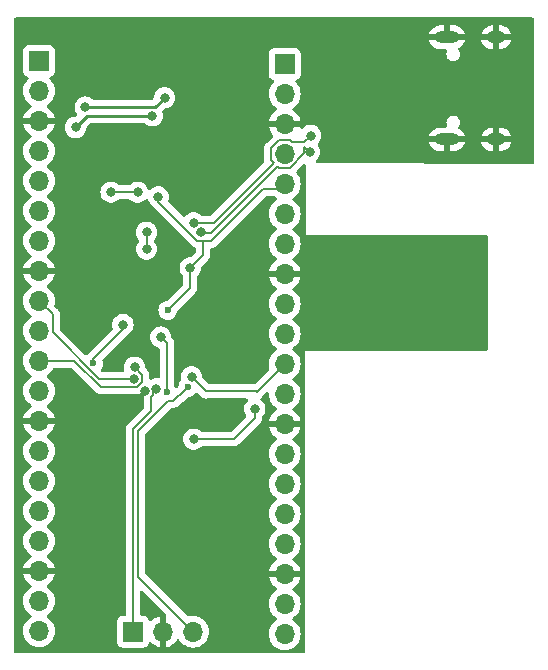
<source format=gbr>
%TF.GenerationSoftware,KiCad,Pcbnew,7.0.10*%
%TF.CreationDate,2025-11-23T12:01:09-06:00*%
%TF.ProjectId,FrankDevBoard,4672616e-6b44-4657-9642-6f6172642e6b,rev?*%
%TF.SameCoordinates,Original*%
%TF.FileFunction,Copper,L2,Bot*%
%TF.FilePolarity,Positive*%
%FSLAX46Y46*%
G04 Gerber Fmt 4.6, Leading zero omitted, Abs format (unit mm)*
G04 Created by KiCad (PCBNEW 7.0.10) date 2025-11-23 12:01:09*
%MOMM*%
%LPD*%
G01*
G04 APERTURE LIST*
%TA.AperFunction,ComponentPad*%
%ADD10R,1.700000X1.700000*%
%TD*%
%TA.AperFunction,ComponentPad*%
%ADD11O,1.700000X1.700000*%
%TD*%
%TA.AperFunction,ComponentPad*%
%ADD12O,2.100000X1.000000*%
%TD*%
%TA.AperFunction,ComponentPad*%
%ADD13O,1.600000X1.000000*%
%TD*%
%TA.AperFunction,ViaPad*%
%ADD14C,0.800000*%
%TD*%
%TA.AperFunction,ViaPad*%
%ADD15C,0.600000*%
%TD*%
%TA.AperFunction,Conductor*%
%ADD16C,0.250000*%
%TD*%
%TA.AperFunction,Conductor*%
%ADD17C,0.200000*%
%TD*%
G04 APERTURE END LIST*
D10*
%TO.P,J3,1,Pin_1*%
%TO.N,VBUS*%
X197200000Y-48540000D03*
D11*
%TO.P,J3,2,Pin_2*%
%TO.N,GPIO29_ADC3*%
X197200000Y-51080000D03*
%TO.P,J3,3,Pin_3*%
%TO.N,GND*%
X197200000Y-53620000D03*
%TO.P,J3,4,Pin_4*%
%TO.N,GPIO28_ADC2*%
X197200000Y-56160000D03*
%TO.P,J3,5,Pin_5*%
%TO.N,+3.3V*%
X197200000Y-58700000D03*
%TO.P,J3,6,Pin_6*%
%TO.N,GPIO27_ADC1*%
X197200000Y-61240000D03*
%TO.P,J3,7,Pin_7*%
%TO.N,GPIO26_ADC0*%
X197200000Y-63780000D03*
%TO.P,J3,8,Pin_8*%
%TO.N,GND*%
X197200000Y-66320000D03*
%TO.P,J3,9,Pin_9*%
%TO.N,GPIO24*%
X197200000Y-68860000D03*
%TO.P,J3,10,Pin_10*%
%TO.N,GPIO23*%
X197200000Y-71400000D03*
%TO.P,J3,11,Pin_11*%
%TO.N,RUN*%
X197200000Y-73940000D03*
%TO.P,J3,12,Pin_12*%
%TO.N,GPIO22*%
X197200000Y-76480000D03*
%TO.P,J3,13,Pin_13*%
%TO.N,GND*%
X197200000Y-79020000D03*
%TO.P,J3,14,Pin_14*%
%TO.N,GPIO21*%
X197200000Y-81560000D03*
%TO.P,J3,15,Pin_15*%
%TO.N,GPIO20*%
X197200000Y-84100000D03*
%TO.P,J3,16,Pin_16*%
%TO.N,GPIO19*%
X197200000Y-86640000D03*
%TO.P,J3,17,Pin_17*%
%TO.N,GPIO18*%
X197200000Y-89180000D03*
%TO.P,J3,18,Pin_18*%
%TO.N,GND*%
X197200000Y-91720000D03*
%TO.P,J3,19,Pin_19*%
%TO.N,GPIO17*%
X197200000Y-94260000D03*
%TO.P,J3,20,Pin_20*%
%TO.N,GPIO16*%
X197200000Y-96800000D03*
%TD*%
D10*
%TO.P,J4,1,Pin_1*%
%TO.N,SWCLK*%
X184360000Y-96600000D03*
D11*
%TO.P,J4,2,Pin_2*%
%TO.N,GND*%
X186900000Y-96600000D03*
%TO.P,J4,3,Pin_3*%
%TO.N,SWD*%
X189440000Y-96600000D03*
%TD*%
D10*
%TO.P,J2,1,Pin_1*%
%TO.N,GPIO0*%
X176400000Y-48280000D03*
D11*
%TO.P,J2,2,Pin_2*%
%TO.N,GPIO1*%
X176400000Y-50820000D03*
%TO.P,J2,3,Pin_3*%
%TO.N,GND*%
X176400000Y-53360000D03*
%TO.P,J2,4,Pin_4*%
%TO.N,GPIO2*%
X176400000Y-55900000D03*
%TO.P,J2,5,Pin_5*%
%TO.N,GPIO3*%
X176400000Y-58440000D03*
%TO.P,J2,6,Pin_6*%
%TO.N,GPIO4*%
X176400000Y-60980000D03*
%TO.P,J2,7,Pin_7*%
%TO.N,GPIO5*%
X176400000Y-63520000D03*
%TO.P,J2,8,Pin_8*%
%TO.N,GND*%
X176400000Y-66060000D03*
%TO.P,J2,9,Pin_9*%
%TO.N,GPIO8*%
X176400000Y-68600000D03*
%TO.P,J2,10,Pin_10*%
%TO.N,GPIO7*%
X176400000Y-71140000D03*
%TO.P,J2,11,Pin_11*%
%TO.N,GPIO6*%
X176400000Y-73680000D03*
%TO.P,J2,12,Pin_12*%
%TO.N,GPIO9*%
X176400000Y-76220000D03*
%TO.P,J2,13,Pin_13*%
%TO.N,GND*%
X176400000Y-78760000D03*
%TO.P,J2,14,Pin_14*%
%TO.N,GPIO10*%
X176400000Y-81300000D03*
%TO.P,J2,15,Pin_15*%
%TO.N,GPIO11*%
X176400000Y-83840000D03*
%TO.P,J2,16,Pin_16*%
%TO.N,GPIO12*%
X176400000Y-86380000D03*
%TO.P,J2,17,Pin_17*%
%TO.N,GPIO13*%
X176400000Y-88920000D03*
%TO.P,J2,18,Pin_18*%
%TO.N,GND*%
X176400000Y-91460000D03*
%TO.P,J2,19,Pin_19*%
%TO.N,GPIO14*%
X176400000Y-94000000D03*
%TO.P,J2,20,Pin_20*%
%TO.N,GPIO15*%
X176400000Y-96540000D03*
%TD*%
D12*
%TO.P,J1,S1,SHIELD*%
%TO.N,GND*%
X210930000Y-54919994D03*
D13*
X215110000Y-54919994D03*
D12*
X210930000Y-46279994D03*
D13*
X215110000Y-46279994D03*
%TD*%
D14*
%TO.N,GPIO1*%
X179490000Y-53910000D03*
X186000000Y-52915000D03*
%TO.N,GPIO0*%
X180310000Y-52190000D03*
X187025000Y-51400000D03*
%TO.N,GND*%
X193700000Y-50320000D03*
X186075267Y-49175000D03*
%TO.N,+3.3V*%
X182500000Y-59400000D03*
X185500000Y-64200000D03*
X183500000Y-70600000D03*
X194665091Y-77734909D03*
X186500000Y-59800000D03*
X185500000Y-62800000D03*
D15*
X181000000Y-73900000D03*
D14*
X189200000Y-65800000D03*
X184750000Y-59400000D03*
X189494975Y-80305025D03*
D15*
X187300000Y-69394219D03*
D14*
%TO.N,GND*%
X199000000Y-66300000D03*
X191300000Y-65200000D03*
X182500000Y-61500000D03*
X205400000Y-49000000D03*
X188900000Y-72900000D03*
X205400000Y-51900000D03*
X188900000Y-73800000D03*
X193200000Y-57000000D03*
X207700000Y-47400000D03*
X181099244Y-65526251D03*
X185349441Y-76270170D03*
X190600000Y-67000000D03*
X186600000Y-82500000D03*
X184900000Y-72700000D03*
X186600000Y-64800000D03*
X183200000Y-54200000D03*
D15*
X182733652Y-67793896D03*
D14*
X189200000Y-82600000D03*
X178900000Y-74962500D03*
X191700000Y-64200000D03*
X182400000Y-82100000D03*
X193000000Y-70400000D03*
%TO.N,+1V0*%
X186700000Y-71662498D03*
D15*
X187200000Y-76300000D03*
D14*
%TO.N,USB_D+*%
X189500000Y-62000000D03*
X199400000Y-54600000D03*
%TO.N,USB_D-*%
X190100002Y-62800002D03*
X199300000Y-56000000D03*
%TO.N,GPIO8*%
X184426307Y-75214745D03*
%TO.N,GPIO6*%
X184492932Y-74216964D03*
%TO.N,RUN*%
X189310108Y-75027102D03*
%TO.N,SWCLK*%
X186327297Y-76062502D03*
D15*
%TO.N,SWD*%
X189000000Y-75922370D03*
%TD*%
D16*
%TO.N,GPIO1*%
X186000000Y-52915000D02*
X180485000Y-52915000D01*
X180485000Y-52915000D02*
X179490000Y-53910000D01*
%TO.N,GPIO0*%
X186235000Y-52190000D02*
X180310000Y-52190000D01*
X187025000Y-51400000D02*
X186235000Y-52190000D01*
D17*
%TO.N,+3.3V*%
X189200000Y-67494219D02*
X189200000Y-65800000D01*
X189200000Y-65800000D02*
X190300000Y-64700000D01*
X194665091Y-78534909D02*
X194665091Y-77734909D01*
X189810052Y-63500002D02*
X186500000Y-60189950D01*
X195400000Y-59100000D02*
X190999998Y-63500002D01*
X186500000Y-60189950D02*
X186500000Y-59800000D01*
X181000000Y-73900000D02*
X181000000Y-73500000D01*
X185500000Y-64200000D02*
X185500000Y-62800000D01*
X196800000Y-59100000D02*
X195400000Y-59100000D01*
X197200000Y-58700000D02*
X196800000Y-59100000D01*
X181000000Y-73500000D02*
X183500000Y-71000000D01*
X183500000Y-71000000D02*
X183500000Y-70600000D01*
X190300000Y-64700000D02*
X190300000Y-63500002D01*
X192894975Y-80305025D02*
X194665091Y-78534909D01*
X190999998Y-63500002D02*
X190300000Y-63500002D01*
X182500000Y-59400000D02*
X184750000Y-59400000D01*
X189494975Y-80305025D02*
X192894975Y-80305025D01*
X187300000Y-69394219D02*
X189200000Y-67494219D01*
X190300000Y-63500002D02*
X189810052Y-63500002D01*
%TO.N,+1V0*%
X187200000Y-72162498D02*
X186700000Y-71662498D01*
X187200000Y-76300000D02*
X187200000Y-72162498D01*
%TO.N,USB_D+*%
X191181800Y-62000000D02*
X189500000Y-62000000D01*
X196723654Y-55010000D02*
X196050000Y-55683654D01*
X197676346Y-55010000D02*
X196723654Y-55010000D01*
X196050000Y-55683654D02*
X196050000Y-56636346D01*
X199400000Y-54600000D02*
X198875001Y-55124999D01*
X197791345Y-55124999D02*
X197676346Y-55010000D01*
X196297727Y-56884073D02*
X191181800Y-62000000D01*
X198875001Y-55124999D02*
X197791345Y-55124999D01*
X199230000Y-54770000D02*
X199400000Y-54600000D01*
X196050000Y-56636346D02*
X196297727Y-56884073D01*
%TO.N,USB_D-*%
X199300000Y-56000000D02*
X198875001Y-55575001D01*
X196615927Y-57202273D02*
X190993200Y-62825000D01*
X198875001Y-55575001D02*
X198875001Y-56111345D01*
X196723654Y-57310000D02*
X196615927Y-57202273D01*
X198875001Y-56111345D02*
X197676346Y-57310000D01*
X197676346Y-57310000D02*
X196723654Y-57310000D01*
X190993200Y-62825000D02*
X189800000Y-62825000D01*
%TO.N,GPIO8*%
X177550000Y-69750000D02*
X176400000Y-68600000D01*
X181514745Y-75214745D02*
X177550000Y-71250000D01*
X184426307Y-75214745D02*
X181514745Y-75214745D01*
X177550000Y-71250000D02*
X177550000Y-69750000D01*
%TO.N,GPIO6*%
X184492932Y-74216964D02*
X185126307Y-74850339D01*
X179380000Y-73680000D02*
X176400000Y-73680000D01*
X184716257Y-75914745D02*
X181614745Y-75914745D01*
X185126307Y-75504695D02*
X184716257Y-75914745D01*
X185126307Y-74850339D02*
X185126307Y-75504695D01*
X181614745Y-75914745D02*
X179380000Y-73680000D01*
%TO.N,RUN*%
X194803029Y-76263029D02*
X194840000Y-76300000D01*
X190546035Y-76263029D02*
X194803029Y-76263029D01*
X189310108Y-75027102D02*
X190546035Y-76263029D01*
X194840000Y-76300000D02*
X197200000Y-73940000D01*
%TO.N,SWCLK*%
X186327297Y-76062502D02*
X186049441Y-76340358D01*
X184360000Y-79442475D02*
X184360000Y-96600000D01*
X185900000Y-76709561D02*
X185900000Y-77902475D01*
X185900000Y-77902475D02*
X184360000Y-79442475D01*
X186049441Y-76560120D02*
X185900000Y-76709561D01*
X186049441Y-76340358D02*
X186049441Y-76560120D01*
%TO.N,SWD*%
X184760000Y-79608161D02*
X184800000Y-79648161D01*
X187284080Y-77084081D02*
X184760000Y-79608161D01*
X184800000Y-79648161D02*
X184800000Y-91960000D01*
X188369920Y-76552450D02*
X188239975Y-76552450D01*
X188239975Y-76552450D02*
X187708344Y-77084081D01*
X184800000Y-91960000D02*
X189440000Y-96600000D01*
X189000000Y-75922370D02*
X188369920Y-76552450D01*
X187708344Y-77084081D02*
X187284080Y-77084081D01*
%TD*%
%TA.AperFunction,Conductor*%
%TO.N,GND*%
G36*
X218243039Y-44619685D02*
G01*
X218288794Y-44672489D01*
X218300000Y-44724000D01*
X218300000Y-56875356D01*
X218280315Y-56942395D01*
X218227511Y-56988150D01*
X218175358Y-56999354D01*
X199967366Y-56905012D01*
X199900429Y-56884981D01*
X199854948Y-56831940D01*
X199845363Y-56762731D01*
X199874717Y-56699327D01*
X199895121Y-56680697D01*
X199905871Y-56672888D01*
X200032533Y-56532216D01*
X200127179Y-56368284D01*
X200185674Y-56188256D01*
X200205460Y-56000000D01*
X200185674Y-55811744D01*
X200127179Y-55631716D01*
X200032533Y-55467784D01*
X200006165Y-55438500D01*
X199975937Y-55375511D01*
X199984562Y-55306176D01*
X200006161Y-55272564D01*
X200098517Y-55169994D01*
X209406634Y-55169994D01*
X209406931Y-55171940D01*
X209406933Y-55171946D01*
X209477562Y-55362651D01*
X209477565Y-55362658D01*
X209585149Y-55535261D01*
X209725264Y-55682662D01*
X209725266Y-55682663D01*
X209892195Y-55798850D01*
X210079092Y-55879053D01*
X210278310Y-55919994D01*
X210680000Y-55919994D01*
X210680000Y-55219994D01*
X211180000Y-55219994D01*
X211180000Y-55919994D01*
X211530713Y-55919994D01*
X211682338Y-55904575D01*
X211876381Y-55843694D01*
X211876391Y-55843689D01*
X212054215Y-55744988D01*
X212054216Y-55744988D01*
X212208530Y-55612515D01*
X212208531Y-55612514D01*
X212333018Y-55451689D01*
X212422588Y-55269087D01*
X212448246Y-55169994D01*
X213836634Y-55169994D01*
X213836931Y-55171940D01*
X213836933Y-55171946D01*
X213907562Y-55362651D01*
X213907565Y-55362658D01*
X214015149Y-55535261D01*
X214155264Y-55682662D01*
X214155266Y-55682663D01*
X214322195Y-55798850D01*
X214509092Y-55879053D01*
X214708310Y-55919994D01*
X214860000Y-55919994D01*
X214860000Y-55219994D01*
X215360000Y-55219994D01*
X215360000Y-55919994D01*
X215460713Y-55919994D01*
X215612338Y-55904575D01*
X215806381Y-55843694D01*
X215806391Y-55843689D01*
X215984215Y-55744988D01*
X215984216Y-55744988D01*
X216138530Y-55612515D01*
X216138531Y-55612514D01*
X216263018Y-55451689D01*
X216352588Y-55269087D01*
X216378246Y-55169994D01*
X215576111Y-55169994D01*
X215615610Y-55145537D01*
X215683201Y-55056032D01*
X215713895Y-54948154D01*
X215703546Y-54836473D01*
X215653552Y-54736072D01*
X215581069Y-54669994D01*
X216383366Y-54669994D01*
X216383068Y-54668047D01*
X216383066Y-54668041D01*
X216312437Y-54477336D01*
X216312434Y-54477329D01*
X216204850Y-54304726D01*
X216064735Y-54157325D01*
X216064733Y-54157324D01*
X215897804Y-54041137D01*
X215710907Y-53960934D01*
X215511690Y-53919994D01*
X215360000Y-53919994D01*
X215360000Y-54619994D01*
X214860000Y-54619994D01*
X214860000Y-53919994D01*
X214759287Y-53919994D01*
X214607661Y-53935412D01*
X214413618Y-53996293D01*
X214413608Y-53996298D01*
X214235784Y-54094999D01*
X214235783Y-54094999D01*
X214081469Y-54227472D01*
X214081468Y-54227473D01*
X213956981Y-54388298D01*
X213867411Y-54570900D01*
X213841754Y-54669994D01*
X214643889Y-54669994D01*
X214604390Y-54694451D01*
X214536799Y-54783956D01*
X214506105Y-54891834D01*
X214516454Y-55003515D01*
X214566448Y-55103916D01*
X214638931Y-55169994D01*
X213836634Y-55169994D01*
X212448246Y-55169994D01*
X211646111Y-55169994D01*
X211685610Y-55145537D01*
X211753201Y-55056032D01*
X211783895Y-54948154D01*
X211773546Y-54836473D01*
X211723552Y-54736072D01*
X211651069Y-54669994D01*
X212453366Y-54669994D01*
X212453068Y-54668047D01*
X212453066Y-54668041D01*
X212382437Y-54477336D01*
X212382434Y-54477329D01*
X212274850Y-54304726D01*
X212134735Y-54157325D01*
X212134733Y-54157324D01*
X211967804Y-54041137D01*
X211959924Y-54037756D01*
X211906080Y-53993229D01*
X211884857Y-53926660D01*
X211902992Y-53859186D01*
X211910443Y-53848326D01*
X211962698Y-53780227D01*
X212020687Y-53640230D01*
X212040466Y-53489994D01*
X212020687Y-53339758D01*
X211962698Y-53199761D01*
X211870451Y-53079543D01*
X211750233Y-52987296D01*
X211750229Y-52987294D01*
X211641893Y-52942420D01*
X211610236Y-52929307D01*
X211596171Y-52927455D01*
X211497727Y-52914494D01*
X211497720Y-52914494D01*
X211422280Y-52914494D01*
X211422272Y-52914494D01*
X211309764Y-52929307D01*
X211309763Y-52929307D01*
X211169770Y-52987294D01*
X211169767Y-52987295D01*
X211169767Y-52987296D01*
X211049549Y-53079543D01*
X210960919Y-53195048D01*
X210957300Y-53199764D01*
X210899313Y-53339757D01*
X210899312Y-53339759D01*
X210879534Y-53489993D01*
X210879534Y-53489994D01*
X210899312Y-53640228D01*
X210899313Y-53640230D01*
X210944177Y-53748541D01*
X210951646Y-53818011D01*
X210920371Y-53880490D01*
X210860282Y-53916142D01*
X210829616Y-53919994D01*
X210329287Y-53919994D01*
X210177661Y-53935412D01*
X209983618Y-53996293D01*
X209983608Y-53996298D01*
X209805784Y-54094999D01*
X209805783Y-54094999D01*
X209651469Y-54227472D01*
X209651468Y-54227473D01*
X209526981Y-54388298D01*
X209437411Y-54570900D01*
X209411754Y-54669994D01*
X210213889Y-54669994D01*
X210174390Y-54694451D01*
X210106799Y-54783956D01*
X210076105Y-54891834D01*
X210086454Y-55003515D01*
X210136448Y-55103916D01*
X210208931Y-55169994D01*
X209406634Y-55169994D01*
X200098517Y-55169994D01*
X200132533Y-55132216D01*
X200227179Y-54968284D01*
X200285674Y-54788256D01*
X200305460Y-54600000D01*
X200285674Y-54411744D01*
X200227179Y-54231716D01*
X200132533Y-54067784D01*
X200005871Y-53927112D01*
X199990772Y-53916142D01*
X199852734Y-53815851D01*
X199852729Y-53815848D01*
X199679807Y-53738857D01*
X199679802Y-53738855D01*
X199534001Y-53707865D01*
X199494646Y-53699500D01*
X199305354Y-53699500D01*
X199272897Y-53706398D01*
X199120197Y-53738855D01*
X199120192Y-53738857D01*
X198947270Y-53815848D01*
X198947265Y-53815851D01*
X198794129Y-53927111D01*
X198794128Y-53927112D01*
X198742820Y-53984095D01*
X198683333Y-54020743D01*
X198613476Y-54019412D01*
X198555428Y-53980525D01*
X198527619Y-53916428D01*
X198530812Y-53870230D01*
X198530636Y-53870000D01*
X197633686Y-53870000D01*
X197659493Y-53829844D01*
X197700000Y-53691889D01*
X197700000Y-53548111D01*
X197659493Y-53410156D01*
X197633686Y-53370000D01*
X198530636Y-53370000D01*
X198530635Y-53369999D01*
X198473432Y-53156513D01*
X198473429Y-53156507D01*
X198373600Y-52942422D01*
X198373599Y-52942420D01*
X198238113Y-52748926D01*
X198238108Y-52748920D01*
X198071078Y-52581890D01*
X197885405Y-52451879D01*
X197841780Y-52397302D01*
X197834588Y-52327804D01*
X197866110Y-52265449D01*
X197885406Y-52248730D01*
X197966596Y-52191880D01*
X198071401Y-52118495D01*
X198238495Y-51951401D01*
X198374035Y-51757830D01*
X198473903Y-51543663D01*
X198535063Y-51315408D01*
X198555659Y-51080000D01*
X198535063Y-50844592D01*
X198473903Y-50616337D01*
X198374035Y-50402171D01*
X198341940Y-50356335D01*
X198238496Y-50208600D01*
X198238495Y-50208599D01*
X198116567Y-50086671D01*
X198083084Y-50025351D01*
X198088068Y-49955659D01*
X198129939Y-49899725D01*
X198160915Y-49882810D01*
X198292331Y-49833796D01*
X198407546Y-49747546D01*
X198493796Y-49632331D01*
X198544091Y-49497483D01*
X198550500Y-49437873D01*
X198550499Y-47642128D01*
X198544091Y-47582517D01*
X198535602Y-47559758D01*
X198493797Y-47447671D01*
X198493793Y-47447664D01*
X198407547Y-47332455D01*
X198407544Y-47332452D01*
X198292335Y-47246206D01*
X198292328Y-47246202D01*
X198157482Y-47195908D01*
X198157483Y-47195908D01*
X198097883Y-47189501D01*
X198097881Y-47189500D01*
X198097873Y-47189500D01*
X198097864Y-47189500D01*
X196302129Y-47189500D01*
X196302123Y-47189501D01*
X196242516Y-47195908D01*
X196107671Y-47246202D01*
X196107664Y-47246206D01*
X195992455Y-47332452D01*
X195992452Y-47332455D01*
X195906206Y-47447664D01*
X195906202Y-47447671D01*
X195855908Y-47582517D01*
X195849501Y-47642116D01*
X195849501Y-47642123D01*
X195849500Y-47642135D01*
X195849500Y-49437870D01*
X195849501Y-49437876D01*
X195855908Y-49497483D01*
X195906202Y-49632328D01*
X195906206Y-49632335D01*
X195992452Y-49747544D01*
X195992455Y-49747547D01*
X196107664Y-49833793D01*
X196107671Y-49833797D01*
X196239081Y-49882810D01*
X196295015Y-49924681D01*
X196319432Y-49990145D01*
X196304580Y-50058418D01*
X196283430Y-50086673D01*
X196161503Y-50208600D01*
X196025965Y-50402169D01*
X196025964Y-50402171D01*
X195926098Y-50616335D01*
X195926094Y-50616344D01*
X195864938Y-50844586D01*
X195864936Y-50844596D01*
X195844341Y-51079999D01*
X195844341Y-51080000D01*
X195864936Y-51315403D01*
X195864938Y-51315413D01*
X195926094Y-51543655D01*
X195926096Y-51543659D01*
X195926097Y-51543663D01*
X195946893Y-51588259D01*
X196025965Y-51757830D01*
X196025967Y-51757834D01*
X196161501Y-51951395D01*
X196161506Y-51951402D01*
X196328597Y-52118493D01*
X196328603Y-52118498D01*
X196514594Y-52248730D01*
X196558219Y-52303307D01*
X196565413Y-52372805D01*
X196533890Y-52435160D01*
X196514595Y-52451880D01*
X196328922Y-52581890D01*
X196328920Y-52581891D01*
X196161891Y-52748920D01*
X196161886Y-52748926D01*
X196026400Y-52942420D01*
X196026399Y-52942422D01*
X195926570Y-53156507D01*
X195926567Y-53156513D01*
X195869364Y-53369999D01*
X195869364Y-53370000D01*
X196766314Y-53370000D01*
X196740507Y-53410156D01*
X196700000Y-53548111D01*
X196700000Y-53691889D01*
X196740507Y-53829844D01*
X196766314Y-53870000D01*
X195869364Y-53870000D01*
X195926567Y-54083486D01*
X195926570Y-54083492D01*
X196026399Y-54297578D01*
X196161894Y-54491082D01*
X196189934Y-54519122D01*
X196223419Y-54580445D01*
X196218435Y-54650137D01*
X196189934Y-54694484D01*
X195658965Y-55225452D01*
X195646775Y-55236143D01*
X195621716Y-55255372D01*
X195556620Y-55340209D01*
X195525464Y-55380812D01*
X195525461Y-55380817D01*
X195464957Y-55526888D01*
X195464955Y-55526893D01*
X195444318Y-55683652D01*
X195444318Y-55683654D01*
X195448439Y-55714955D01*
X195449500Y-55731141D01*
X195449500Y-56588858D01*
X195448439Y-56605043D01*
X195444318Y-56636344D01*
X195444318Y-56636346D01*
X195449500Y-56675706D01*
X195449500Y-56675707D01*
X195465641Y-56798314D01*
X195454875Y-56867349D01*
X195430383Y-56902180D01*
X190969384Y-61363181D01*
X190908061Y-61396666D01*
X190881703Y-61399500D01*
X190226258Y-61399500D01*
X190159219Y-61379815D01*
X190134109Y-61358473D01*
X190105871Y-61327112D01*
X190105864Y-61327106D01*
X189952734Y-61215851D01*
X189952729Y-61215848D01*
X189779807Y-61138857D01*
X189779802Y-61138855D01*
X189634001Y-61107865D01*
X189594646Y-61099500D01*
X189405354Y-61099500D01*
X189372897Y-61106398D01*
X189220197Y-61138855D01*
X189220192Y-61138857D01*
X189047270Y-61215848D01*
X189047265Y-61215851D01*
X188894132Y-61327109D01*
X188894129Y-61327111D01*
X188894129Y-61327112D01*
X188789193Y-61443655D01*
X188788381Y-61444557D01*
X188728894Y-61481205D01*
X188659037Y-61479874D01*
X188608550Y-61449265D01*
X187381005Y-60221720D01*
X187347520Y-60160397D01*
X187350754Y-60095724D01*
X187385674Y-59988256D01*
X187405460Y-59800000D01*
X187385674Y-59611744D01*
X187327179Y-59431716D01*
X187232533Y-59267784D01*
X187105871Y-59127112D01*
X187093101Y-59117834D01*
X186952734Y-59015851D01*
X186952729Y-59015848D01*
X186779807Y-58938857D01*
X186779802Y-58938855D01*
X186614236Y-58903664D01*
X186594646Y-58899500D01*
X186405354Y-58899500D01*
X186385764Y-58903664D01*
X186220197Y-58938855D01*
X186220192Y-58938857D01*
X186047270Y-59015848D01*
X186047265Y-59015851D01*
X185894129Y-59127111D01*
X185894128Y-59127112D01*
X185827712Y-59200874D01*
X185768225Y-59237522D01*
X185698368Y-59236191D01*
X185640320Y-59197304D01*
X185617632Y-59156218D01*
X185605160Y-59117834D01*
X185577179Y-59031716D01*
X185482533Y-58867784D01*
X185355871Y-58727112D01*
X185355863Y-58727106D01*
X185202734Y-58615851D01*
X185202729Y-58615848D01*
X185029807Y-58538857D01*
X185029802Y-58538855D01*
X184884001Y-58507865D01*
X184844646Y-58499500D01*
X184655354Y-58499500D01*
X184622897Y-58506398D01*
X184470197Y-58538855D01*
X184470192Y-58538857D01*
X184297270Y-58615848D01*
X184297265Y-58615851D01*
X184144135Y-58727106D01*
X184144128Y-58727112D01*
X184115891Y-58758473D01*
X184056405Y-58795121D01*
X184023742Y-58799500D01*
X183226258Y-58799500D01*
X183159219Y-58779815D01*
X183134109Y-58758473D01*
X183105871Y-58727112D01*
X183105864Y-58727106D01*
X182952734Y-58615851D01*
X182952729Y-58615848D01*
X182779807Y-58538857D01*
X182779802Y-58538855D01*
X182634001Y-58507865D01*
X182594646Y-58499500D01*
X182405354Y-58499500D01*
X182372897Y-58506398D01*
X182220197Y-58538855D01*
X182220192Y-58538857D01*
X182047270Y-58615848D01*
X182047265Y-58615851D01*
X181894129Y-58727111D01*
X181767466Y-58867785D01*
X181672821Y-59031715D01*
X181672818Y-59031722D01*
X181629948Y-59163664D01*
X181614326Y-59211744D01*
X181594540Y-59400000D01*
X181614326Y-59588256D01*
X181614327Y-59588259D01*
X181672818Y-59768277D01*
X181672821Y-59768284D01*
X181767467Y-59932216D01*
X181892947Y-60071575D01*
X181894129Y-60072888D01*
X182047265Y-60184148D01*
X182047270Y-60184151D01*
X182220192Y-60261142D01*
X182220197Y-60261144D01*
X182405354Y-60300500D01*
X182405355Y-60300500D01*
X182594644Y-60300500D01*
X182594646Y-60300500D01*
X182779803Y-60261144D01*
X182952730Y-60184151D01*
X183105871Y-60072888D01*
X183134109Y-60041527D01*
X183193595Y-60004879D01*
X183226258Y-60000500D01*
X184023742Y-60000500D01*
X184090781Y-60020185D01*
X184115891Y-60041527D01*
X184144128Y-60072887D01*
X184144135Y-60072893D01*
X184297265Y-60184148D01*
X184297270Y-60184151D01*
X184470192Y-60261142D01*
X184470197Y-60261144D01*
X184655354Y-60300500D01*
X184655355Y-60300500D01*
X184844644Y-60300500D01*
X184844646Y-60300500D01*
X185029803Y-60261144D01*
X185202730Y-60184151D01*
X185355871Y-60072888D01*
X185422287Y-59999124D01*
X185481772Y-59962477D01*
X185551629Y-59963807D01*
X185609678Y-60002694D01*
X185632367Y-60043780D01*
X185672818Y-60168278D01*
X185672821Y-60168284D01*
X185767467Y-60332216D01*
X185894129Y-60472888D01*
X186028878Y-60570788D01*
X186054365Y-60595617D01*
X186071718Y-60618232D01*
X186096769Y-60637454D01*
X186108964Y-60648149D01*
X189351851Y-63891036D01*
X189362545Y-63903230D01*
X189381769Y-63928283D01*
X189381770Y-63928284D01*
X189453942Y-63983663D01*
X189495313Y-64015408D01*
X189495312Y-64015409D01*
X189495317Y-64015411D01*
X189507211Y-64024538D01*
X189622953Y-64072480D01*
X189677356Y-64116319D01*
X189699421Y-64182613D01*
X189699500Y-64187040D01*
X189699500Y-64399903D01*
X189679815Y-64466942D01*
X189663181Y-64487584D01*
X189287584Y-64863181D01*
X189226261Y-64896666D01*
X189199903Y-64899500D01*
X189105354Y-64899500D01*
X189072897Y-64906398D01*
X188920197Y-64938855D01*
X188920192Y-64938857D01*
X188747270Y-65015848D01*
X188747265Y-65015851D01*
X188594129Y-65127111D01*
X188467466Y-65267785D01*
X188372821Y-65431715D01*
X188372818Y-65431722D01*
X188319275Y-65596513D01*
X188314326Y-65611744D01*
X188294540Y-65800000D01*
X188314326Y-65988256D01*
X188314327Y-65988259D01*
X188372818Y-66168277D01*
X188372821Y-66168284D01*
X188467467Y-66332216D01*
X188520215Y-66390798D01*
X188567650Y-66443480D01*
X188597880Y-66506471D01*
X188599500Y-66526452D01*
X188599500Y-67194121D01*
X188579815Y-67261160D01*
X188563181Y-67281802D01*
X187281465Y-68563517D01*
X187220142Y-68597002D01*
X187207668Y-68599056D01*
X187120750Y-68608849D01*
X186950478Y-68668429D01*
X186797737Y-68764403D01*
X186670184Y-68891956D01*
X186574211Y-69044695D01*
X186514631Y-69214964D01*
X186514630Y-69214969D01*
X186494435Y-69394215D01*
X186494435Y-69394222D01*
X186514630Y-69573468D01*
X186514631Y-69573473D01*
X186574211Y-69743742D01*
X186624014Y-69823002D01*
X186670184Y-69896481D01*
X186797738Y-70024035D01*
X186867364Y-70067784D01*
X186930571Y-70107500D01*
X186950478Y-70120008D01*
X187043335Y-70152500D01*
X187120745Y-70179587D01*
X187120750Y-70179588D01*
X187299996Y-70199784D01*
X187300000Y-70199784D01*
X187300004Y-70199784D01*
X187479249Y-70179588D01*
X187479252Y-70179587D01*
X187479255Y-70179587D01*
X187649522Y-70120008D01*
X187802262Y-70024035D01*
X187929816Y-69896481D01*
X188025789Y-69743741D01*
X188085368Y-69573474D01*
X188095161Y-69486548D01*
X188122226Y-69422137D01*
X188130690Y-69412762D01*
X189591043Y-67952409D01*
X189603223Y-67941728D01*
X189628282Y-67922501D01*
X189724536Y-67797060D01*
X189785044Y-67650981D01*
X189800500Y-67533580D01*
X189805682Y-67494219D01*
X189801561Y-67462916D01*
X189800500Y-67446731D01*
X189800500Y-66526452D01*
X189820185Y-66459413D01*
X189832350Y-66443480D01*
X189932533Y-66332216D01*
X190027179Y-66168284D01*
X190085674Y-65988256D01*
X190105460Y-65800000D01*
X190105460Y-65799997D01*
X190105460Y-65795136D01*
X190125145Y-65728097D01*
X190141779Y-65707455D01*
X190400314Y-65448920D01*
X190691043Y-65158190D01*
X190703223Y-65147509D01*
X190728282Y-65128282D01*
X190824536Y-65002841D01*
X190885044Y-64856762D01*
X190891769Y-64805682D01*
X190905682Y-64700000D01*
X190904198Y-64688730D01*
X190901561Y-64668696D01*
X190900500Y-64652511D01*
X190900500Y-64227528D01*
X190920185Y-64160489D01*
X190972989Y-64114734D01*
X191008315Y-64104589D01*
X191039359Y-64100502D01*
X191156760Y-64085046D01*
X191302839Y-64024538D01*
X191314730Y-64015413D01*
X191314738Y-64015410D01*
X191314737Y-64015408D01*
X191356108Y-63983663D01*
X191428280Y-63928284D01*
X191447508Y-63903224D01*
X191458187Y-63891046D01*
X195612416Y-59736819D01*
X195673739Y-59703334D01*
X195700097Y-59700500D01*
X196239242Y-59700500D01*
X196306281Y-59720185D01*
X196326923Y-59736819D01*
X196328597Y-59738493D01*
X196328603Y-59738498D01*
X196514158Y-59868425D01*
X196557783Y-59923002D01*
X196564977Y-59992500D01*
X196533454Y-60054855D01*
X196514158Y-60071575D01*
X196328597Y-60201505D01*
X196161505Y-60368597D01*
X196025965Y-60562169D01*
X196025964Y-60562171D01*
X195926098Y-60776335D01*
X195926094Y-60776344D01*
X195864938Y-61004586D01*
X195864936Y-61004596D01*
X195844341Y-61239999D01*
X195844341Y-61240000D01*
X195864936Y-61475403D01*
X195864938Y-61475413D01*
X195926094Y-61703655D01*
X195926096Y-61703659D01*
X195926097Y-61703663D01*
X195994986Y-61851395D01*
X196025965Y-61917830D01*
X196025967Y-61917834D01*
X196161501Y-62111395D01*
X196161506Y-62111402D01*
X196328597Y-62278493D01*
X196328603Y-62278498D01*
X196514158Y-62408425D01*
X196557783Y-62463002D01*
X196564977Y-62532500D01*
X196533454Y-62594855D01*
X196514158Y-62611575D01*
X196328597Y-62741505D01*
X196161505Y-62908597D01*
X196025965Y-63102169D01*
X196025964Y-63102171D01*
X195926098Y-63316335D01*
X195926094Y-63316344D01*
X195864938Y-63544586D01*
X195864936Y-63544596D01*
X195844341Y-63779999D01*
X195844341Y-63780000D01*
X195864936Y-64015403D01*
X195864938Y-64015413D01*
X195926094Y-64243655D01*
X195926096Y-64243659D01*
X195926097Y-64243663D01*
X195994986Y-64391395D01*
X196025965Y-64457830D01*
X196025967Y-64457834D01*
X196161501Y-64651395D01*
X196161506Y-64651402D01*
X196328597Y-64818493D01*
X196328603Y-64818498D01*
X196514594Y-64948730D01*
X196558219Y-65003307D01*
X196565413Y-65072805D01*
X196533890Y-65135160D01*
X196514595Y-65151880D01*
X196328922Y-65281890D01*
X196328920Y-65281891D01*
X196161891Y-65448920D01*
X196161886Y-65448926D01*
X196026400Y-65642420D01*
X196026399Y-65642422D01*
X195926570Y-65856507D01*
X195926567Y-65856513D01*
X195869364Y-66069999D01*
X195869364Y-66070000D01*
X196766314Y-66070000D01*
X196740507Y-66110156D01*
X196700000Y-66248111D01*
X196700000Y-66391889D01*
X196740507Y-66529844D01*
X196766314Y-66570000D01*
X195869364Y-66570000D01*
X195926567Y-66783486D01*
X195926570Y-66783492D01*
X196026399Y-66997578D01*
X196161894Y-67191082D01*
X196328917Y-67358105D01*
X196514595Y-67488119D01*
X196558219Y-67542696D01*
X196565412Y-67612195D01*
X196533890Y-67674549D01*
X196514595Y-67691269D01*
X196328594Y-67821508D01*
X196161505Y-67988597D01*
X196025965Y-68182169D01*
X196025964Y-68182171D01*
X195926098Y-68396335D01*
X195926094Y-68396344D01*
X195864938Y-68624586D01*
X195864936Y-68624596D01*
X195844341Y-68859999D01*
X195844341Y-68860000D01*
X195864936Y-69095403D01*
X195864938Y-69095413D01*
X195926094Y-69323655D01*
X195926096Y-69323659D01*
X195926097Y-69323663D01*
X195983686Y-69447163D01*
X196025965Y-69537830D01*
X196025967Y-69537834D01*
X196161501Y-69731395D01*
X196161506Y-69731402D01*
X196328597Y-69898493D01*
X196328603Y-69898498D01*
X196514158Y-70028425D01*
X196557783Y-70083002D01*
X196564977Y-70152500D01*
X196533454Y-70214855D01*
X196514158Y-70231575D01*
X196328597Y-70361505D01*
X196161505Y-70528597D01*
X196025965Y-70722169D01*
X196025964Y-70722171D01*
X195926098Y-70936335D01*
X195926094Y-70936344D01*
X195864938Y-71164586D01*
X195864936Y-71164596D01*
X195844341Y-71399999D01*
X195844341Y-71400000D01*
X195864936Y-71635403D01*
X195864938Y-71635413D01*
X195926094Y-71863655D01*
X195926096Y-71863659D01*
X195926097Y-71863663D01*
X196025965Y-72077830D01*
X196025967Y-72077834D01*
X196161501Y-72271395D01*
X196161506Y-72271402D01*
X196328597Y-72438493D01*
X196328603Y-72438498D01*
X196514158Y-72568425D01*
X196557783Y-72623002D01*
X196564977Y-72692500D01*
X196533454Y-72754855D01*
X196514158Y-72771575D01*
X196328597Y-72901505D01*
X196161505Y-73068597D01*
X196025965Y-73262169D01*
X196025964Y-73262171D01*
X195926098Y-73476335D01*
X195926094Y-73476344D01*
X195864938Y-73704586D01*
X195864936Y-73704596D01*
X195844341Y-73939999D01*
X195844341Y-73940000D01*
X195864936Y-74175403D01*
X195864938Y-74175413D01*
X195899327Y-74303756D01*
X195897664Y-74373606D01*
X195867233Y-74423530D01*
X194664555Y-75626210D01*
X194603232Y-75659695D01*
X194576874Y-75662529D01*
X190846132Y-75662529D01*
X190779093Y-75642844D01*
X190758451Y-75626210D01*
X190251887Y-75119646D01*
X190218402Y-75058323D01*
X190215568Y-75031965D01*
X190215568Y-75027104D01*
X190212404Y-74996998D01*
X190195782Y-74838846D01*
X190137287Y-74658818D01*
X190042641Y-74494886D01*
X189915979Y-74354214D01*
X189913068Y-74352099D01*
X189762842Y-74242953D01*
X189762837Y-74242950D01*
X189589915Y-74165959D01*
X189589910Y-74165957D01*
X189444109Y-74134967D01*
X189404754Y-74126602D01*
X189215462Y-74126602D01*
X189183005Y-74133500D01*
X189030305Y-74165957D01*
X189030300Y-74165959D01*
X188857378Y-74242950D01*
X188857373Y-74242953D01*
X188704237Y-74354213D01*
X188577574Y-74494887D01*
X188482929Y-74658817D01*
X188482926Y-74658824D01*
X188433353Y-74811395D01*
X188424434Y-74838846D01*
X188404648Y-75027102D01*
X188424434Y-75215358D01*
X188424434Y-75215360D01*
X188424435Y-75215362D01*
X188437860Y-75256681D01*
X188439855Y-75326522D01*
X188407612Y-75382677D01*
X188370187Y-75420103D01*
X188370186Y-75420104D01*
X188274210Y-75572848D01*
X188214630Y-75743120D01*
X188204837Y-75830038D01*
X188177770Y-75894452D01*
X188169298Y-75903835D01*
X188137463Y-75935670D01*
X188090172Y-75962977D01*
X188090719Y-75964297D01*
X188063475Y-75975581D01*
X187994005Y-75983048D01*
X187931527Y-75951772D01*
X187911031Y-75926991D01*
X187829813Y-75797734D01*
X187827550Y-75794896D01*
X187826659Y-75792715D01*
X187826111Y-75791842D01*
X187826264Y-75791745D01*
X187801144Y-75730209D01*
X187800500Y-75717587D01*
X187800500Y-72209985D01*
X187801561Y-72193799D01*
X187803576Y-72178498D01*
X187805682Y-72162498D01*
X187785044Y-72005736D01*
X187724536Y-71859657D01*
X187721486Y-71855682D01*
X187721483Y-71855678D01*
X187721483Y-71855677D01*
X187631084Y-71737866D01*
X187605890Y-71672696D01*
X187605468Y-71662580D01*
X187605459Y-71662500D01*
X187605460Y-71662498D01*
X187585674Y-71474242D01*
X187527179Y-71294214D01*
X187432533Y-71130282D01*
X187305871Y-70989610D01*
X187287498Y-70976261D01*
X187152734Y-70878349D01*
X187152729Y-70878346D01*
X186979807Y-70801355D01*
X186979802Y-70801353D01*
X186834001Y-70770363D01*
X186794646Y-70761998D01*
X186605354Y-70761998D01*
X186572897Y-70768896D01*
X186420197Y-70801353D01*
X186420192Y-70801355D01*
X186247270Y-70878346D01*
X186247265Y-70878349D01*
X186094129Y-70989609D01*
X185967466Y-71130283D01*
X185872821Y-71294213D01*
X185872818Y-71294220D01*
X185829260Y-71428280D01*
X185814326Y-71474242D01*
X185794540Y-71662498D01*
X185814326Y-71850754D01*
X185814327Y-71850757D01*
X185872818Y-72030775D01*
X185872821Y-72030782D01*
X185967467Y-72194714D01*
X186084908Y-72325145D01*
X186094129Y-72335386D01*
X186247265Y-72446646D01*
X186247270Y-72446649D01*
X186420197Y-72523642D01*
X186501283Y-72540877D01*
X186562762Y-72574067D01*
X186596539Y-72635230D01*
X186599500Y-72662166D01*
X186599500Y-75046616D01*
X186579815Y-75113655D01*
X186527011Y-75159410D01*
X186457853Y-75169354D01*
X186449720Y-75167906D01*
X186421943Y-75162002D01*
X186232651Y-75162002D01*
X186204875Y-75167906D01*
X186047494Y-75201357D01*
X186047489Y-75201359D01*
X185901243Y-75266473D01*
X185831993Y-75275758D01*
X185768716Y-75246130D01*
X185731503Y-75186995D01*
X185726807Y-75153194D01*
X185726807Y-74897833D01*
X185727868Y-74881647D01*
X185731990Y-74850339D01*
X185711351Y-74693577D01*
X185679977Y-74617834D01*
X185650843Y-74547498D01*
X185648845Y-74544894D01*
X185554589Y-74422057D01*
X185554587Y-74422055D01*
X185554586Y-74422054D01*
X185529535Y-74402832D01*
X185517341Y-74392138D01*
X185434711Y-74309508D01*
X185401226Y-74248185D01*
X185398392Y-74221827D01*
X185398392Y-74216966D01*
X185398392Y-74216964D01*
X185378606Y-74028708D01*
X185320111Y-73848680D01*
X185225465Y-73684748D01*
X185098803Y-73544076D01*
X185005578Y-73476344D01*
X184945666Y-73432815D01*
X184945661Y-73432812D01*
X184772739Y-73355821D01*
X184772734Y-73355819D01*
X184626933Y-73324829D01*
X184587578Y-73316464D01*
X184398286Y-73316464D01*
X184365829Y-73323362D01*
X184213129Y-73355819D01*
X184213124Y-73355821D01*
X184040202Y-73432812D01*
X184040197Y-73432815D01*
X183887061Y-73544075D01*
X183760398Y-73684749D01*
X183665753Y-73848679D01*
X183665750Y-73848686D01*
X183607259Y-74028704D01*
X183607258Y-74028708D01*
X183587472Y-74216964D01*
X183607258Y-74405220D01*
X183607259Y-74405223D01*
X183622434Y-74451927D01*
X183624429Y-74521768D01*
X183588349Y-74581601D01*
X183525648Y-74612429D01*
X183504503Y-74614245D01*
X181814842Y-74614245D01*
X181747803Y-74594560D01*
X181727161Y-74577926D01*
X181669518Y-74520283D01*
X181636033Y-74458960D01*
X181641017Y-74389268D01*
X181652205Y-74366630D01*
X181657734Y-74357831D01*
X181725789Y-74249522D01*
X181785368Y-74079255D01*
X181785369Y-74079249D01*
X181805565Y-73900003D01*
X181805565Y-73899996D01*
X181785369Y-73720750D01*
X181785366Y-73720737D01*
X181770437Y-73678072D01*
X181766875Y-73608293D01*
X181799795Y-73549438D01*
X183891043Y-71458190D01*
X183903223Y-71447509D01*
X183928282Y-71428282D01*
X183963063Y-71382953D01*
X183988548Y-71358127D01*
X184076518Y-71294214D01*
X184105866Y-71272892D01*
X184105867Y-71272890D01*
X184105871Y-71272888D01*
X184232533Y-71132216D01*
X184327179Y-70968284D01*
X184385674Y-70788256D01*
X184405460Y-70600000D01*
X184385674Y-70411744D01*
X184327179Y-70231716D01*
X184232533Y-70067784D01*
X184105871Y-69927112D01*
X184105870Y-69927111D01*
X183952734Y-69815851D01*
X183952729Y-69815848D01*
X183779807Y-69738857D01*
X183779802Y-69738855D01*
X183634001Y-69707865D01*
X183594646Y-69699500D01*
X183405354Y-69699500D01*
X183372897Y-69706398D01*
X183220197Y-69738855D01*
X183220192Y-69738857D01*
X183047270Y-69815848D01*
X183047265Y-69815851D01*
X182894129Y-69927111D01*
X182767466Y-70067785D01*
X182672821Y-70231715D01*
X182672818Y-70231722D01*
X182630649Y-70361506D01*
X182614326Y-70411744D01*
X182594540Y-70600000D01*
X182614326Y-70788256D01*
X182614327Y-70788259D01*
X182651708Y-70903306D01*
X182653703Y-70973147D01*
X182621458Y-71029305D01*
X180608965Y-73041798D01*
X180596775Y-73052489D01*
X180571717Y-73071718D01*
X180538790Y-73114631D01*
X180538789Y-73114632D01*
X180505501Y-73158014D01*
X180449073Y-73199217D01*
X180379327Y-73203372D01*
X180319444Y-73170209D01*
X178186819Y-71037584D01*
X178153334Y-70976261D01*
X178150500Y-70949903D01*
X178150500Y-69797487D01*
X178151561Y-69781301D01*
X178155682Y-69750000D01*
X178155682Y-69749998D01*
X178135044Y-69593239D01*
X178135042Y-69593234D01*
X178074538Y-69447163D01*
X178074535Y-69447158D01*
X178071677Y-69443434D01*
X178002450Y-69353215D01*
X177988761Y-69335375D01*
X177978281Y-69321716D01*
X177953229Y-69302494D01*
X177941034Y-69291799D01*
X177732766Y-69083531D01*
X177699281Y-69022208D01*
X177700672Y-68963757D01*
X177701863Y-68959309D01*
X177735063Y-68835408D01*
X177755659Y-68600000D01*
X177755151Y-68594199D01*
X177735063Y-68364596D01*
X177735063Y-68364592D01*
X177686184Y-68182171D01*
X177673905Y-68136344D01*
X177673904Y-68136343D01*
X177673903Y-68136337D01*
X177574035Y-67922171D01*
X177503551Y-67821508D01*
X177438494Y-67728597D01*
X177271402Y-67561506D01*
X177271401Y-67561505D01*
X177085405Y-67431269D01*
X177041781Y-67376692D01*
X177034588Y-67307193D01*
X177066110Y-67244839D01*
X177085405Y-67228119D01*
X177271082Y-67098105D01*
X177438105Y-66931082D01*
X177573600Y-66737578D01*
X177673429Y-66523492D01*
X177673432Y-66523486D01*
X177730636Y-66310000D01*
X176833686Y-66310000D01*
X176859493Y-66269844D01*
X176900000Y-66131889D01*
X176900000Y-65988111D01*
X176859493Y-65850156D01*
X176833686Y-65810000D01*
X177730636Y-65810000D01*
X177730635Y-65809999D01*
X177673432Y-65596513D01*
X177673429Y-65596507D01*
X177573600Y-65382422D01*
X177573599Y-65382420D01*
X177438113Y-65188926D01*
X177438108Y-65188920D01*
X177271078Y-65021890D01*
X177085405Y-64891879D01*
X177041780Y-64837302D01*
X177034588Y-64767804D01*
X177066110Y-64705449D01*
X177085406Y-64688730D01*
X177271401Y-64558495D01*
X177438495Y-64391401D01*
X177572516Y-64200000D01*
X184594540Y-64200000D01*
X184614326Y-64388256D01*
X184614327Y-64388259D01*
X184672818Y-64568277D01*
X184672821Y-64568284D01*
X184767467Y-64732216D01*
X184845153Y-64818495D01*
X184894129Y-64872888D01*
X185047265Y-64984148D01*
X185047270Y-64984151D01*
X185220192Y-65061142D01*
X185220197Y-65061144D01*
X185405354Y-65100500D01*
X185405355Y-65100500D01*
X185594644Y-65100500D01*
X185594646Y-65100500D01*
X185779803Y-65061144D01*
X185952730Y-64984151D01*
X186105871Y-64872888D01*
X186232533Y-64732216D01*
X186327179Y-64568284D01*
X186385674Y-64388256D01*
X186405460Y-64200000D01*
X186385674Y-64011744D01*
X186327179Y-63831716D01*
X186232533Y-63667784D01*
X186156167Y-63582971D01*
X186125937Y-63519980D01*
X186134562Y-63450644D01*
X186156164Y-63417031D01*
X186232533Y-63332216D01*
X186327179Y-63168284D01*
X186385674Y-62988256D01*
X186405460Y-62800000D01*
X186385674Y-62611744D01*
X186327179Y-62431716D01*
X186232533Y-62267784D01*
X186105871Y-62127112D01*
X186084247Y-62111401D01*
X185952734Y-62015851D01*
X185952729Y-62015848D01*
X185779807Y-61938857D01*
X185779802Y-61938855D01*
X185634001Y-61907865D01*
X185594646Y-61899500D01*
X185405354Y-61899500D01*
X185372897Y-61906398D01*
X185220197Y-61938855D01*
X185220192Y-61938857D01*
X185047270Y-62015848D01*
X185047265Y-62015851D01*
X184894129Y-62127111D01*
X184767466Y-62267785D01*
X184672821Y-62431715D01*
X184672818Y-62431722D01*
X184614381Y-62611575D01*
X184614326Y-62611744D01*
X184594540Y-62800000D01*
X184614326Y-62988256D01*
X184614327Y-62988259D01*
X184672818Y-63168277D01*
X184672821Y-63168284D01*
X184767467Y-63332216D01*
X184843833Y-63417029D01*
X184874062Y-63480018D01*
X184865437Y-63549353D01*
X184843832Y-63582971D01*
X184767466Y-63667784D01*
X184672821Y-63831715D01*
X184672818Y-63831722D01*
X184614327Y-64011740D01*
X184614326Y-64011744D01*
X184594540Y-64200000D01*
X177572516Y-64200000D01*
X177574035Y-64197830D01*
X177673903Y-63983663D01*
X177735063Y-63755408D01*
X177755659Y-63520000D01*
X177735063Y-63284592D01*
X177686184Y-63102171D01*
X177673905Y-63056344D01*
X177673904Y-63056343D01*
X177673903Y-63056337D01*
X177574035Y-62842171D01*
X177544886Y-62800541D01*
X177438494Y-62648597D01*
X177271402Y-62481506D01*
X177271396Y-62481501D01*
X177085842Y-62351575D01*
X177042217Y-62296998D01*
X177035023Y-62227500D01*
X177066546Y-62165145D01*
X177085842Y-62148425D01*
X177138716Y-62111402D01*
X177271401Y-62018495D01*
X177438495Y-61851401D01*
X177574035Y-61657830D01*
X177673903Y-61443663D01*
X177735063Y-61215408D01*
X177755659Y-60980000D01*
X177735063Y-60744592D01*
X177686184Y-60562171D01*
X177673905Y-60516344D01*
X177673904Y-60516343D01*
X177673903Y-60516337D01*
X177574035Y-60302171D01*
X177545307Y-60261142D01*
X177438494Y-60108597D01*
X177271402Y-59941506D01*
X177271396Y-59941501D01*
X177085842Y-59811575D01*
X177042217Y-59756998D01*
X177035023Y-59687500D01*
X177066546Y-59625145D01*
X177085842Y-59608425D01*
X177138716Y-59571402D01*
X177271401Y-59478495D01*
X177438495Y-59311401D01*
X177574035Y-59117830D01*
X177673903Y-58903663D01*
X177735063Y-58675408D01*
X177755659Y-58440000D01*
X177735063Y-58204592D01*
X177686184Y-58022171D01*
X177673905Y-57976344D01*
X177673904Y-57976343D01*
X177673903Y-57976337D01*
X177574035Y-57762171D01*
X177540054Y-57713640D01*
X177438494Y-57568597D01*
X177271402Y-57401506D01*
X177271396Y-57401501D01*
X177085842Y-57271575D01*
X177042217Y-57216998D01*
X177035023Y-57147500D01*
X177066546Y-57085145D01*
X177085842Y-57068425D01*
X177156771Y-57018760D01*
X177271401Y-56938495D01*
X177438495Y-56771401D01*
X177574035Y-56577830D01*
X177673903Y-56363663D01*
X177735063Y-56135408D01*
X177755659Y-55900000D01*
X177735063Y-55664592D01*
X177673903Y-55436337D01*
X177574035Y-55222171D01*
X177561720Y-55204582D01*
X177438494Y-55028597D01*
X177271402Y-54861506D01*
X177271401Y-54861505D01*
X177085405Y-54731269D01*
X177041781Y-54676692D01*
X177034588Y-54607193D01*
X177066110Y-54544839D01*
X177085405Y-54528119D01*
X177271082Y-54398105D01*
X177438105Y-54231082D01*
X177573600Y-54037578D01*
X177633090Y-53910000D01*
X178584540Y-53910000D01*
X178604326Y-54098256D01*
X178604327Y-54098259D01*
X178662818Y-54278277D01*
X178662821Y-54278284D01*
X178757467Y-54442216D01*
X178867966Y-54564937D01*
X178884129Y-54582888D01*
X179037265Y-54694148D01*
X179037270Y-54694151D01*
X179210192Y-54771142D01*
X179210197Y-54771144D01*
X179395354Y-54810500D01*
X179395355Y-54810500D01*
X179584644Y-54810500D01*
X179584646Y-54810500D01*
X179769803Y-54771144D01*
X179942730Y-54694151D01*
X180095871Y-54582888D01*
X180222533Y-54442216D01*
X180317179Y-54278284D01*
X180375674Y-54098256D01*
X180393321Y-53930344D01*
X180419904Y-53865734D01*
X180428941Y-53855648D01*
X180707773Y-53576816D01*
X180769095Y-53543334D01*
X180795453Y-53540500D01*
X185296252Y-53540500D01*
X185363291Y-53560185D01*
X185388400Y-53581526D01*
X185394126Y-53587885D01*
X185394130Y-53587889D01*
X185547265Y-53699148D01*
X185547270Y-53699151D01*
X185720192Y-53776142D01*
X185720197Y-53776144D01*
X185905354Y-53815500D01*
X185905355Y-53815500D01*
X186094644Y-53815500D01*
X186094646Y-53815500D01*
X186279803Y-53776144D01*
X186452730Y-53699151D01*
X186605871Y-53587888D01*
X186732533Y-53447216D01*
X186827179Y-53283284D01*
X186885674Y-53103256D01*
X186905460Y-52915000D01*
X186885674Y-52726744D01*
X186834890Y-52570447D01*
X186832895Y-52500606D01*
X186865139Y-52444450D01*
X186972772Y-52336818D01*
X187034095Y-52303334D01*
X187060452Y-52300500D01*
X187119644Y-52300500D01*
X187119646Y-52300500D01*
X187304803Y-52261144D01*
X187477730Y-52184151D01*
X187630871Y-52072888D01*
X187757533Y-51932216D01*
X187852179Y-51768284D01*
X187910674Y-51588256D01*
X187930460Y-51400000D01*
X187910674Y-51211744D01*
X187852179Y-51031716D01*
X187757533Y-50867784D01*
X187630871Y-50727112D01*
X187630870Y-50727111D01*
X187477734Y-50615851D01*
X187477729Y-50615848D01*
X187304807Y-50538857D01*
X187304802Y-50538855D01*
X187159001Y-50507865D01*
X187119646Y-50499500D01*
X186930354Y-50499500D01*
X186897897Y-50506398D01*
X186745197Y-50538855D01*
X186745192Y-50538857D01*
X186572270Y-50615848D01*
X186572265Y-50615851D01*
X186419129Y-50727111D01*
X186292466Y-50867785D01*
X186197821Y-51031715D01*
X186197818Y-51031722D01*
X186182132Y-51080000D01*
X186139326Y-51211744D01*
X186127017Y-51328857D01*
X186121679Y-51379649D01*
X186095094Y-51444263D01*
X186086040Y-51454368D01*
X186012228Y-51528181D01*
X185950905Y-51561666D01*
X185924546Y-51564500D01*
X181013748Y-51564500D01*
X180946709Y-51544815D01*
X180921600Y-51523474D01*
X180915873Y-51517114D01*
X180915869Y-51517110D01*
X180762734Y-51405851D01*
X180762729Y-51405848D01*
X180589807Y-51328857D01*
X180589802Y-51328855D01*
X180444001Y-51297865D01*
X180404646Y-51289500D01*
X180215354Y-51289500D01*
X180182897Y-51296398D01*
X180030197Y-51328855D01*
X180030192Y-51328857D01*
X179857270Y-51405848D01*
X179857265Y-51405851D01*
X179704129Y-51517111D01*
X179577466Y-51657785D01*
X179482821Y-51821715D01*
X179482818Y-51821722D01*
X179424327Y-52001740D01*
X179424326Y-52001744D01*
X179404540Y-52190000D01*
X179424326Y-52378256D01*
X179424327Y-52378259D01*
X179482818Y-52558277D01*
X179482821Y-52558284D01*
X179577464Y-52722212D01*
X179577465Y-52722214D01*
X179577467Y-52722216D01*
X179600940Y-52748285D01*
X179631169Y-52811275D01*
X179622544Y-52880610D01*
X179596472Y-52918936D01*
X179581084Y-52934324D01*
X179542227Y-52973181D01*
X179480907Y-53006666D01*
X179454547Y-53009500D01*
X179395354Y-53009500D01*
X179362897Y-53016398D01*
X179210197Y-53048855D01*
X179210192Y-53048857D01*
X179037270Y-53125848D01*
X179037265Y-53125851D01*
X178884129Y-53237111D01*
X178757466Y-53377785D01*
X178662821Y-53541715D01*
X178662818Y-53541722D01*
X178604327Y-53721740D01*
X178604326Y-53721744D01*
X178584540Y-53910000D01*
X177633090Y-53910000D01*
X177673429Y-53823492D01*
X177673432Y-53823486D01*
X177730636Y-53610000D01*
X176833686Y-53610000D01*
X176859493Y-53569844D01*
X176900000Y-53431889D01*
X176900000Y-53288111D01*
X176859493Y-53150156D01*
X176833686Y-53110000D01*
X177730636Y-53110000D01*
X177730635Y-53109999D01*
X177673432Y-52896513D01*
X177673429Y-52896507D01*
X177573600Y-52682422D01*
X177573599Y-52682420D01*
X177438113Y-52488926D01*
X177438108Y-52488920D01*
X177271078Y-52321890D01*
X177085405Y-52191879D01*
X177041780Y-52137302D01*
X177034588Y-52067804D01*
X177066110Y-52005449D01*
X177085406Y-51988730D01*
X177138716Y-51951402D01*
X177271401Y-51858495D01*
X177438495Y-51691401D01*
X177574035Y-51497830D01*
X177673903Y-51283663D01*
X177735063Y-51055408D01*
X177755659Y-50820000D01*
X177735063Y-50584592D01*
X177686184Y-50402171D01*
X177673905Y-50356344D01*
X177673904Y-50356343D01*
X177673903Y-50356337D01*
X177574035Y-50142171D01*
X177503548Y-50041505D01*
X177438496Y-49948600D01*
X177380395Y-49890499D01*
X177316567Y-49826671D01*
X177283084Y-49765351D01*
X177288068Y-49695659D01*
X177329939Y-49639725D01*
X177360915Y-49622810D01*
X177492331Y-49573796D01*
X177607546Y-49487546D01*
X177693796Y-49372331D01*
X177744091Y-49237483D01*
X177750500Y-49177873D01*
X177750499Y-47382128D01*
X177744091Y-47322517D01*
X177735522Y-47299543D01*
X177693797Y-47187671D01*
X177693793Y-47187664D01*
X177607547Y-47072455D01*
X177607544Y-47072452D01*
X177492335Y-46986206D01*
X177492328Y-46986202D01*
X177357482Y-46935908D01*
X177357483Y-46935908D01*
X177297883Y-46929501D01*
X177297881Y-46929500D01*
X177297873Y-46929500D01*
X177297864Y-46929500D01*
X175502129Y-46929500D01*
X175502123Y-46929501D01*
X175442516Y-46935908D01*
X175307671Y-46986202D01*
X175307664Y-46986206D01*
X175192455Y-47072452D01*
X175192452Y-47072455D01*
X175106206Y-47187664D01*
X175106202Y-47187671D01*
X175055908Y-47322517D01*
X175052687Y-47352483D01*
X175049501Y-47382123D01*
X175049500Y-47382135D01*
X175049500Y-49177870D01*
X175049501Y-49177876D01*
X175055908Y-49237483D01*
X175106202Y-49372328D01*
X175106206Y-49372335D01*
X175192452Y-49487544D01*
X175192455Y-49487547D01*
X175307664Y-49573793D01*
X175307671Y-49573797D01*
X175439081Y-49622810D01*
X175495015Y-49664681D01*
X175519432Y-49730145D01*
X175504580Y-49798418D01*
X175483430Y-49826673D01*
X175361503Y-49948600D01*
X175225965Y-50142169D01*
X175225964Y-50142171D01*
X175126098Y-50356335D01*
X175126094Y-50356344D01*
X175064938Y-50584586D01*
X175064936Y-50584596D01*
X175044341Y-50819999D01*
X175044341Y-50820000D01*
X175064936Y-51055403D01*
X175064938Y-51055413D01*
X175126094Y-51283655D01*
X175126096Y-51283659D01*
X175126097Y-51283663D01*
X175189152Y-51418884D01*
X175225965Y-51497830D01*
X175225967Y-51497834D01*
X175289282Y-51588256D01*
X175361505Y-51691401D01*
X175528599Y-51858495D01*
X175661282Y-51951401D01*
X175714594Y-51988730D01*
X175758219Y-52043307D01*
X175765413Y-52112805D01*
X175733890Y-52175160D01*
X175714595Y-52191880D01*
X175528922Y-52321890D01*
X175528920Y-52321891D01*
X175361891Y-52488920D01*
X175361886Y-52488926D01*
X175226400Y-52682420D01*
X175226399Y-52682422D01*
X175126570Y-52896507D01*
X175126567Y-52896513D01*
X175069364Y-53109999D01*
X175069364Y-53110000D01*
X175966314Y-53110000D01*
X175940507Y-53150156D01*
X175900000Y-53288111D01*
X175900000Y-53431889D01*
X175940507Y-53569844D01*
X175966314Y-53610000D01*
X175069364Y-53610000D01*
X175126567Y-53823486D01*
X175126570Y-53823492D01*
X175226399Y-54037578D01*
X175361894Y-54231082D01*
X175528917Y-54398105D01*
X175714595Y-54528119D01*
X175758219Y-54582696D01*
X175765412Y-54652195D01*
X175733890Y-54714549D01*
X175714595Y-54731269D01*
X175528594Y-54861508D01*
X175361505Y-55028597D01*
X175225965Y-55222169D01*
X175225964Y-55222171D01*
X175126098Y-55436335D01*
X175126094Y-55436344D01*
X175064938Y-55664586D01*
X175064936Y-55664596D01*
X175044341Y-55899999D01*
X175044341Y-55900000D01*
X175064936Y-56135403D01*
X175064938Y-56135413D01*
X175126094Y-56363655D01*
X175126096Y-56363659D01*
X175126097Y-56363663D01*
X175128249Y-56368277D01*
X175225965Y-56577830D01*
X175225967Y-56577834D01*
X175361501Y-56771395D01*
X175361506Y-56771402D01*
X175528597Y-56938493D01*
X175528603Y-56938498D01*
X175714158Y-57068425D01*
X175757783Y-57123002D01*
X175764977Y-57192500D01*
X175733454Y-57254855D01*
X175714158Y-57271575D01*
X175528597Y-57401505D01*
X175361505Y-57568597D01*
X175225965Y-57762169D01*
X175225964Y-57762171D01*
X175126098Y-57976335D01*
X175126094Y-57976344D01*
X175064938Y-58204586D01*
X175064936Y-58204596D01*
X175044341Y-58439999D01*
X175044341Y-58440000D01*
X175064936Y-58675403D01*
X175064938Y-58675413D01*
X175126094Y-58903655D01*
X175126096Y-58903659D01*
X175126097Y-58903663D01*
X175185809Y-59031715D01*
X175225965Y-59117830D01*
X175225967Y-59117834D01*
X175361501Y-59311395D01*
X175361506Y-59311402D01*
X175528597Y-59478493D01*
X175528603Y-59478498D01*
X175714158Y-59608425D01*
X175757783Y-59663002D01*
X175764977Y-59732500D01*
X175733454Y-59794855D01*
X175714158Y-59811575D01*
X175528597Y-59941505D01*
X175361505Y-60108597D01*
X175225965Y-60302169D01*
X175225964Y-60302171D01*
X175126098Y-60516335D01*
X175126094Y-60516344D01*
X175064938Y-60744586D01*
X175064936Y-60744596D01*
X175044341Y-60979999D01*
X175044341Y-60980000D01*
X175064936Y-61215403D01*
X175064938Y-61215413D01*
X175126094Y-61443655D01*
X175126096Y-61443659D01*
X175126097Y-61443663D01*
X175178850Y-61556792D01*
X175225965Y-61657830D01*
X175225967Y-61657834D01*
X175361501Y-61851395D01*
X175361506Y-61851402D01*
X175528596Y-62018492D01*
X175528603Y-62018498D01*
X175714158Y-62148425D01*
X175757783Y-62203002D01*
X175764977Y-62272500D01*
X175733454Y-62334855D01*
X175714158Y-62351575D01*
X175528597Y-62481505D01*
X175361505Y-62648597D01*
X175225965Y-62842169D01*
X175225964Y-62842171D01*
X175126098Y-63056335D01*
X175126094Y-63056344D01*
X175064938Y-63284586D01*
X175064936Y-63284596D01*
X175044341Y-63519999D01*
X175044341Y-63520000D01*
X175064936Y-63755403D01*
X175064938Y-63755413D01*
X175126094Y-63983655D01*
X175126096Y-63983659D01*
X175126097Y-63983663D01*
X175187217Y-64114734D01*
X175225965Y-64197830D01*
X175225967Y-64197834D01*
X175258058Y-64243664D01*
X175361505Y-64391401D01*
X175528599Y-64558495D01*
X175661282Y-64651401D01*
X175714594Y-64688730D01*
X175758219Y-64743307D01*
X175765413Y-64812805D01*
X175733890Y-64875160D01*
X175714595Y-64891880D01*
X175528922Y-65021890D01*
X175528920Y-65021891D01*
X175361891Y-65188920D01*
X175361886Y-65188926D01*
X175226400Y-65382420D01*
X175226399Y-65382422D01*
X175126570Y-65596507D01*
X175126567Y-65596513D01*
X175069364Y-65809999D01*
X175069364Y-65810000D01*
X175966314Y-65810000D01*
X175940507Y-65850156D01*
X175900000Y-65988111D01*
X175900000Y-66131889D01*
X175940507Y-66269844D01*
X175966314Y-66310000D01*
X175069364Y-66310000D01*
X175126567Y-66523486D01*
X175126570Y-66523492D01*
X175226399Y-66737578D01*
X175361894Y-66931082D01*
X175528917Y-67098105D01*
X175714595Y-67228119D01*
X175758219Y-67282696D01*
X175765412Y-67352195D01*
X175733890Y-67414549D01*
X175714595Y-67431269D01*
X175528594Y-67561508D01*
X175361505Y-67728597D01*
X175225965Y-67922169D01*
X175225964Y-67922171D01*
X175126098Y-68136335D01*
X175126094Y-68136344D01*
X175064938Y-68364586D01*
X175064936Y-68364596D01*
X175044341Y-68599999D01*
X175044341Y-68600000D01*
X175064936Y-68835403D01*
X175064938Y-68835413D01*
X175126094Y-69063655D01*
X175126096Y-69063659D01*
X175126097Y-69063663D01*
X175225965Y-69277830D01*
X175225967Y-69277834D01*
X175361501Y-69471395D01*
X175361506Y-69471402D01*
X175528597Y-69638493D01*
X175528603Y-69638498D01*
X175714158Y-69768425D01*
X175757783Y-69823002D01*
X175764977Y-69892500D01*
X175733454Y-69954855D01*
X175714158Y-69971575D01*
X175528597Y-70101505D01*
X175361505Y-70268597D01*
X175225965Y-70462169D01*
X175225964Y-70462171D01*
X175126098Y-70676335D01*
X175126094Y-70676344D01*
X175064938Y-70904586D01*
X175064936Y-70904596D01*
X175044341Y-71139999D01*
X175044341Y-71140000D01*
X175064936Y-71375403D01*
X175064938Y-71375413D01*
X175126094Y-71603655D01*
X175126096Y-71603659D01*
X175126097Y-71603663D01*
X175186975Y-71734216D01*
X175225965Y-71817830D01*
X175225967Y-71817834D01*
X175361501Y-72011395D01*
X175361506Y-72011402D01*
X175528597Y-72178493D01*
X175528603Y-72178498D01*
X175714158Y-72308425D01*
X175757783Y-72363002D01*
X175764977Y-72432500D01*
X175733454Y-72494855D01*
X175714158Y-72511575D01*
X175528597Y-72641505D01*
X175361505Y-72808597D01*
X175225965Y-73002169D01*
X175225964Y-73002171D01*
X175126098Y-73216335D01*
X175126094Y-73216344D01*
X175064938Y-73444586D01*
X175064936Y-73444596D01*
X175044341Y-73679999D01*
X175044341Y-73680000D01*
X175064936Y-73915403D01*
X175064938Y-73915413D01*
X175126094Y-74143655D01*
X175126096Y-74143659D01*
X175126097Y-74143663D01*
X175198839Y-74299658D01*
X175225965Y-74357830D01*
X175225967Y-74357834D01*
X175284496Y-74441421D01*
X175356949Y-74544895D01*
X175361501Y-74551395D01*
X175361506Y-74551402D01*
X175528597Y-74718493D01*
X175528603Y-74718498D01*
X175714158Y-74848425D01*
X175757783Y-74903002D01*
X175764977Y-74972500D01*
X175733454Y-75034855D01*
X175714158Y-75051575D01*
X175528597Y-75181505D01*
X175361505Y-75348597D01*
X175225965Y-75542169D01*
X175225964Y-75542171D01*
X175126098Y-75756335D01*
X175126094Y-75756344D01*
X175064938Y-75984586D01*
X175064936Y-75984596D01*
X175044341Y-76219999D01*
X175044341Y-76220000D01*
X175064936Y-76455403D01*
X175064938Y-76455413D01*
X175126094Y-76683655D01*
X175126096Y-76683659D01*
X175126097Y-76683663D01*
X175202763Y-76848073D01*
X175225965Y-76897830D01*
X175225967Y-76897834D01*
X175310407Y-77018426D01*
X175361505Y-77091401D01*
X175528599Y-77258495D01*
X175683024Y-77366625D01*
X175714594Y-77388730D01*
X175758219Y-77443307D01*
X175765413Y-77512805D01*
X175733890Y-77575160D01*
X175714595Y-77591880D01*
X175528922Y-77721890D01*
X175528920Y-77721891D01*
X175361891Y-77888920D01*
X175361886Y-77888926D01*
X175226400Y-78082420D01*
X175226399Y-78082422D01*
X175126570Y-78296507D01*
X175126567Y-78296513D01*
X175069364Y-78509999D01*
X175069364Y-78510000D01*
X175966314Y-78510000D01*
X175940507Y-78550156D01*
X175900000Y-78688111D01*
X175900000Y-78831889D01*
X175940507Y-78969844D01*
X175966314Y-79010000D01*
X175069364Y-79010000D01*
X175126567Y-79223486D01*
X175126570Y-79223492D01*
X175226399Y-79437578D01*
X175361894Y-79631082D01*
X175528917Y-79798105D01*
X175714595Y-79928119D01*
X175758219Y-79982696D01*
X175765412Y-80052195D01*
X175733890Y-80114549D01*
X175714595Y-80131269D01*
X175528594Y-80261508D01*
X175361505Y-80428597D01*
X175225965Y-80622169D01*
X175225964Y-80622171D01*
X175126098Y-80836335D01*
X175126094Y-80836344D01*
X175064938Y-81064586D01*
X175064936Y-81064596D01*
X175044341Y-81299999D01*
X175044341Y-81300000D01*
X175064936Y-81535403D01*
X175064938Y-81535413D01*
X175126094Y-81763655D01*
X175126096Y-81763659D01*
X175126097Y-81763663D01*
X175225965Y-81977830D01*
X175225967Y-81977834D01*
X175361501Y-82171395D01*
X175361506Y-82171402D01*
X175528597Y-82338493D01*
X175528603Y-82338498D01*
X175714158Y-82468425D01*
X175757783Y-82523002D01*
X175764977Y-82592500D01*
X175733454Y-82654855D01*
X175714158Y-82671575D01*
X175528597Y-82801505D01*
X175361505Y-82968597D01*
X175225965Y-83162169D01*
X175225964Y-83162171D01*
X175126098Y-83376335D01*
X175126094Y-83376344D01*
X175064938Y-83604586D01*
X175064936Y-83604596D01*
X175044341Y-83839999D01*
X175044341Y-83840000D01*
X175064936Y-84075403D01*
X175064938Y-84075413D01*
X175126094Y-84303655D01*
X175126096Y-84303659D01*
X175126097Y-84303663D01*
X175225965Y-84517830D01*
X175225967Y-84517834D01*
X175361501Y-84711395D01*
X175361506Y-84711402D01*
X175528597Y-84878493D01*
X175528603Y-84878498D01*
X175714158Y-85008425D01*
X175757783Y-85063002D01*
X175764977Y-85132500D01*
X175733454Y-85194855D01*
X175714158Y-85211575D01*
X175528597Y-85341505D01*
X175361505Y-85508597D01*
X175225965Y-85702169D01*
X175225964Y-85702171D01*
X175126098Y-85916335D01*
X175126094Y-85916344D01*
X175064938Y-86144586D01*
X175064936Y-86144596D01*
X175044341Y-86379999D01*
X175044341Y-86380000D01*
X175064936Y-86615403D01*
X175064938Y-86615413D01*
X175126094Y-86843655D01*
X175126096Y-86843659D01*
X175126097Y-86843663D01*
X175225965Y-87057830D01*
X175225967Y-87057834D01*
X175361501Y-87251395D01*
X175361506Y-87251402D01*
X175528597Y-87418493D01*
X175528603Y-87418498D01*
X175714158Y-87548425D01*
X175757783Y-87603002D01*
X175764977Y-87672500D01*
X175733454Y-87734855D01*
X175714158Y-87751575D01*
X175528597Y-87881505D01*
X175361505Y-88048597D01*
X175225965Y-88242169D01*
X175225964Y-88242171D01*
X175126098Y-88456335D01*
X175126094Y-88456344D01*
X175064938Y-88684586D01*
X175064936Y-88684596D01*
X175044341Y-88919999D01*
X175044341Y-88920000D01*
X175064936Y-89155403D01*
X175064938Y-89155413D01*
X175126094Y-89383655D01*
X175126096Y-89383659D01*
X175126097Y-89383663D01*
X175225965Y-89597830D01*
X175225967Y-89597834D01*
X175258058Y-89643664D01*
X175361505Y-89791401D01*
X175528599Y-89958495D01*
X175661282Y-90051401D01*
X175714594Y-90088730D01*
X175758219Y-90143307D01*
X175765413Y-90212805D01*
X175733890Y-90275160D01*
X175714595Y-90291880D01*
X175528922Y-90421890D01*
X175528920Y-90421891D01*
X175361891Y-90588920D01*
X175361886Y-90588926D01*
X175226400Y-90782420D01*
X175226399Y-90782422D01*
X175126570Y-90996507D01*
X175126567Y-90996513D01*
X175069364Y-91209999D01*
X175069364Y-91210000D01*
X175966314Y-91210000D01*
X175940507Y-91250156D01*
X175900000Y-91388111D01*
X175900000Y-91531889D01*
X175940507Y-91669844D01*
X175966314Y-91710000D01*
X175069364Y-91710000D01*
X175126567Y-91923486D01*
X175126570Y-91923492D01*
X175226399Y-92137578D01*
X175361894Y-92331082D01*
X175528917Y-92498105D01*
X175714595Y-92628119D01*
X175758219Y-92682696D01*
X175765412Y-92752195D01*
X175733890Y-92814549D01*
X175714595Y-92831269D01*
X175528594Y-92961508D01*
X175361505Y-93128597D01*
X175225965Y-93322169D01*
X175225964Y-93322171D01*
X175126098Y-93536335D01*
X175126094Y-93536344D01*
X175064938Y-93764586D01*
X175064936Y-93764596D01*
X175044341Y-93999999D01*
X175044341Y-94000000D01*
X175064936Y-94235403D01*
X175064938Y-94235413D01*
X175126094Y-94463655D01*
X175126096Y-94463659D01*
X175126097Y-94463663D01*
X175225965Y-94677830D01*
X175225967Y-94677834D01*
X175361501Y-94871395D01*
X175361506Y-94871402D01*
X175528597Y-95038493D01*
X175528603Y-95038498D01*
X175714158Y-95168425D01*
X175757783Y-95223002D01*
X175764977Y-95292500D01*
X175733454Y-95354855D01*
X175714158Y-95371575D01*
X175528597Y-95501505D01*
X175361505Y-95668597D01*
X175225965Y-95862169D01*
X175225964Y-95862171D01*
X175126098Y-96076335D01*
X175126094Y-96076344D01*
X175064938Y-96304586D01*
X175064936Y-96304596D01*
X175044341Y-96539999D01*
X175044341Y-96540000D01*
X175064936Y-96775403D01*
X175064938Y-96775413D01*
X175126094Y-97003655D01*
X175126096Y-97003659D01*
X175126097Y-97003663D01*
X175154072Y-97063655D01*
X175225965Y-97217830D01*
X175225967Y-97217834D01*
X175334281Y-97372521D01*
X175361505Y-97411401D01*
X175528599Y-97578495D01*
X175613731Y-97638105D01*
X175722165Y-97714032D01*
X175722167Y-97714033D01*
X175722170Y-97714035D01*
X175936337Y-97813903D01*
X176164592Y-97875063D01*
X176352918Y-97891539D01*
X176399999Y-97895659D01*
X176400000Y-97895659D01*
X176400001Y-97895659D01*
X176439234Y-97892226D01*
X176635408Y-97875063D01*
X176863663Y-97813903D01*
X177077830Y-97714035D01*
X177271401Y-97578495D01*
X177438495Y-97411401D01*
X177574035Y-97217830D01*
X177673903Y-97003663D01*
X177735063Y-96775408D01*
X177755659Y-96540000D01*
X177735063Y-96304592D01*
X177686184Y-96122171D01*
X177673905Y-96076344D01*
X177673904Y-96076343D01*
X177673903Y-96076337D01*
X177574035Y-95862171D01*
X177503549Y-95761505D01*
X177438494Y-95668597D01*
X177271402Y-95501506D01*
X177271396Y-95501501D01*
X177085842Y-95371575D01*
X177042217Y-95316998D01*
X177035023Y-95247500D01*
X177066546Y-95185145D01*
X177085842Y-95168425D01*
X177138716Y-95131402D01*
X177271401Y-95038495D01*
X177438495Y-94871401D01*
X177574035Y-94677830D01*
X177673903Y-94463663D01*
X177735063Y-94235408D01*
X177755659Y-94000000D01*
X177735063Y-93764592D01*
X177686184Y-93582171D01*
X177673905Y-93536344D01*
X177673904Y-93536343D01*
X177673903Y-93536337D01*
X177574035Y-93322171D01*
X177536873Y-93269097D01*
X177438494Y-93128597D01*
X177271402Y-92961506D01*
X177271401Y-92961505D01*
X177085405Y-92831269D01*
X177041781Y-92776692D01*
X177034588Y-92707193D01*
X177066110Y-92644839D01*
X177085405Y-92628119D01*
X177271082Y-92498105D01*
X177438105Y-92331082D01*
X177573600Y-92137578D01*
X177673429Y-91923492D01*
X177673432Y-91923486D01*
X177730636Y-91710000D01*
X176833686Y-91710000D01*
X176859493Y-91669844D01*
X176900000Y-91531889D01*
X176900000Y-91388111D01*
X176859493Y-91250156D01*
X176833686Y-91210000D01*
X177730636Y-91210000D01*
X177730635Y-91209999D01*
X177673432Y-90996513D01*
X177673429Y-90996507D01*
X177573600Y-90782422D01*
X177573599Y-90782420D01*
X177438113Y-90588926D01*
X177438108Y-90588920D01*
X177271078Y-90421890D01*
X177085405Y-90291879D01*
X177041780Y-90237302D01*
X177034588Y-90167804D01*
X177066110Y-90105449D01*
X177085406Y-90088730D01*
X177138716Y-90051402D01*
X177271401Y-89958495D01*
X177438495Y-89791401D01*
X177574035Y-89597830D01*
X177673903Y-89383663D01*
X177735063Y-89155408D01*
X177755659Y-88920000D01*
X177735063Y-88684592D01*
X177686184Y-88502171D01*
X177673905Y-88456344D01*
X177673904Y-88456343D01*
X177673903Y-88456337D01*
X177574035Y-88242171D01*
X177503549Y-88141505D01*
X177438494Y-88048597D01*
X177271402Y-87881506D01*
X177271396Y-87881501D01*
X177085842Y-87751575D01*
X177042217Y-87696998D01*
X177035023Y-87627500D01*
X177066546Y-87565145D01*
X177085842Y-87548425D01*
X177138716Y-87511402D01*
X177271401Y-87418495D01*
X177438495Y-87251401D01*
X177574035Y-87057830D01*
X177673903Y-86843663D01*
X177735063Y-86615408D01*
X177755659Y-86380000D01*
X177735063Y-86144592D01*
X177686184Y-85962171D01*
X177673905Y-85916344D01*
X177673904Y-85916343D01*
X177673903Y-85916337D01*
X177574035Y-85702171D01*
X177503549Y-85601505D01*
X177438494Y-85508597D01*
X177271402Y-85341506D01*
X177271396Y-85341501D01*
X177085842Y-85211575D01*
X177042217Y-85156998D01*
X177035023Y-85087500D01*
X177066546Y-85025145D01*
X177085842Y-85008425D01*
X177138716Y-84971402D01*
X177271401Y-84878495D01*
X177438495Y-84711401D01*
X177574035Y-84517830D01*
X177673903Y-84303663D01*
X177735063Y-84075408D01*
X177755659Y-83840000D01*
X177735063Y-83604592D01*
X177686184Y-83422171D01*
X177673905Y-83376344D01*
X177673904Y-83376343D01*
X177673903Y-83376337D01*
X177574035Y-83162171D01*
X177503549Y-83061505D01*
X177438494Y-82968597D01*
X177271402Y-82801506D01*
X177271396Y-82801501D01*
X177085842Y-82671575D01*
X177042217Y-82616998D01*
X177035023Y-82547500D01*
X177066546Y-82485145D01*
X177085842Y-82468425D01*
X177138716Y-82431402D01*
X177271401Y-82338495D01*
X177438495Y-82171401D01*
X177574035Y-81977830D01*
X177673903Y-81763663D01*
X177735063Y-81535408D01*
X177755659Y-81300000D01*
X177735063Y-81064592D01*
X177686184Y-80882171D01*
X177673905Y-80836344D01*
X177673904Y-80836343D01*
X177673903Y-80836337D01*
X177574035Y-80622171D01*
X177503551Y-80521508D01*
X177438494Y-80428597D01*
X177271402Y-80261506D01*
X177271401Y-80261505D01*
X177085405Y-80131269D01*
X177041781Y-80076692D01*
X177034588Y-80007193D01*
X177066110Y-79944839D01*
X177085405Y-79928119D01*
X177271082Y-79798105D01*
X177438105Y-79631082D01*
X177573600Y-79437578D01*
X177673429Y-79223492D01*
X177673432Y-79223486D01*
X177730636Y-79010000D01*
X176833686Y-79010000D01*
X176859493Y-78969844D01*
X176900000Y-78831889D01*
X176900000Y-78688111D01*
X176859493Y-78550156D01*
X176833686Y-78510000D01*
X177730636Y-78510000D01*
X177730635Y-78509999D01*
X177673432Y-78296513D01*
X177673429Y-78296507D01*
X177573600Y-78082422D01*
X177573599Y-78082420D01*
X177438113Y-77888926D01*
X177438108Y-77888920D01*
X177271078Y-77721890D01*
X177085405Y-77591879D01*
X177041780Y-77537302D01*
X177034588Y-77467804D01*
X177066110Y-77405449D01*
X177085406Y-77388730D01*
X177116967Y-77366631D01*
X177271401Y-77258495D01*
X177438495Y-77091401D01*
X177574035Y-76897830D01*
X177673903Y-76683663D01*
X177735063Y-76455408D01*
X177755659Y-76220000D01*
X177735063Y-75984592D01*
X177686184Y-75802171D01*
X177673905Y-75756344D01*
X177673904Y-75756343D01*
X177673903Y-75756337D01*
X177574035Y-75542171D01*
X177503549Y-75441505D01*
X177438494Y-75348597D01*
X177271402Y-75181506D01*
X177271396Y-75181501D01*
X177085842Y-75051575D01*
X177042217Y-74996998D01*
X177035023Y-74927500D01*
X177066546Y-74865145D01*
X177085842Y-74848425D01*
X177138716Y-74811402D01*
X177271401Y-74718495D01*
X177438495Y-74551401D01*
X177574035Y-74357830D01*
X177576707Y-74352097D01*
X177622878Y-74299658D01*
X177689091Y-74280500D01*
X179079903Y-74280500D01*
X179146942Y-74300185D01*
X179167584Y-74316819D01*
X181156544Y-76305779D01*
X181167238Y-76317973D01*
X181186460Y-76343024D01*
X181186461Y-76343025D01*
X181186463Y-76343027D01*
X181265088Y-76403358D01*
X181311904Y-76439281D01*
X181457983Y-76499789D01*
X181536364Y-76510108D01*
X181614744Y-76520427D01*
X181614745Y-76520427D01*
X181646047Y-76516305D01*
X181662232Y-76515245D01*
X184668770Y-76515245D01*
X184684954Y-76516305D01*
X184716257Y-76520427D01*
X184716258Y-76520427D01*
X184768511Y-76513547D01*
X184873019Y-76499789D01*
X185019098Y-76439281D01*
X185065914Y-76403358D01*
X185150988Y-76338079D01*
X185152143Y-76339585D01*
X185204280Y-76311100D01*
X185273973Y-76316068D01*
X185329916Y-76357926D01*
X185354349Y-76423384D01*
X185345229Y-76479711D01*
X185314956Y-76552798D01*
X185314955Y-76552800D01*
X185294318Y-76709559D01*
X185294318Y-76709561D01*
X185298439Y-76740862D01*
X185299500Y-76757048D01*
X185299500Y-77602377D01*
X185279815Y-77669416D01*
X185263181Y-77690058D01*
X183968965Y-78984273D01*
X183956775Y-78994964D01*
X183931720Y-79014190D01*
X183931718Y-79014193D01*
X183878441Y-79083625D01*
X183878440Y-79083625D01*
X183835464Y-79139632D01*
X183774956Y-79285712D01*
X183774955Y-79285714D01*
X183754318Y-79442473D01*
X183754318Y-79442474D01*
X183758439Y-79473776D01*
X183759500Y-79489962D01*
X183759500Y-95125500D01*
X183739815Y-95192539D01*
X183687011Y-95238294D01*
X183635501Y-95249500D01*
X183462130Y-95249500D01*
X183462123Y-95249501D01*
X183402516Y-95255908D01*
X183267671Y-95306202D01*
X183267664Y-95306206D01*
X183152455Y-95392452D01*
X183152452Y-95392455D01*
X183066206Y-95507664D01*
X183066202Y-95507671D01*
X183015908Y-95642517D01*
X183009501Y-95702116D01*
X183009500Y-95702135D01*
X183009500Y-97497870D01*
X183009501Y-97497876D01*
X183015908Y-97557483D01*
X183066202Y-97692328D01*
X183066206Y-97692335D01*
X183152452Y-97807544D01*
X183152455Y-97807547D01*
X183267664Y-97893793D01*
X183267671Y-97893797D01*
X183402517Y-97944091D01*
X183402516Y-97944091D01*
X183409444Y-97944835D01*
X183462127Y-97950500D01*
X185257872Y-97950499D01*
X185317483Y-97944091D01*
X185452331Y-97893796D01*
X185567546Y-97807546D01*
X185653796Y-97692331D01*
X185703002Y-97560401D01*
X185744872Y-97504468D01*
X185810337Y-97480050D01*
X185878610Y-97494901D01*
X185906865Y-97516053D01*
X186028917Y-97638105D01*
X186222421Y-97773600D01*
X186436507Y-97873429D01*
X186436516Y-97873433D01*
X186650000Y-97930634D01*
X186650000Y-97035501D01*
X186757685Y-97084680D01*
X186864237Y-97100000D01*
X186935763Y-97100000D01*
X187042315Y-97084680D01*
X187150000Y-97035501D01*
X187150000Y-97930633D01*
X187363483Y-97873433D01*
X187363492Y-97873429D01*
X187577578Y-97773600D01*
X187771082Y-97638105D01*
X187938105Y-97471082D01*
X188068119Y-97285405D01*
X188122696Y-97241781D01*
X188192195Y-97234588D01*
X188254549Y-97266110D01*
X188271269Y-97285405D01*
X188401505Y-97471401D01*
X188568599Y-97638495D01*
X188665384Y-97706265D01*
X188762165Y-97774032D01*
X188762167Y-97774033D01*
X188762170Y-97774035D01*
X188976337Y-97873903D01*
X188976343Y-97873904D01*
X188976344Y-97873905D01*
X188980666Y-97875063D01*
X189204592Y-97935063D01*
X189381034Y-97950500D01*
X189439999Y-97955659D01*
X189440000Y-97955659D01*
X189440001Y-97955659D01*
X189498966Y-97950500D01*
X189675408Y-97935063D01*
X189903663Y-97873903D01*
X190117830Y-97774035D01*
X190311401Y-97638495D01*
X190478495Y-97471401D01*
X190614035Y-97277830D01*
X190713903Y-97063663D01*
X190775063Y-96835408D01*
X190795659Y-96600000D01*
X190792561Y-96564596D01*
X190789369Y-96528111D01*
X190775063Y-96364592D01*
X190713903Y-96136337D01*
X190614035Y-95922171D01*
X190572022Y-95862169D01*
X190478494Y-95728597D01*
X190311402Y-95561506D01*
X190311395Y-95561501D01*
X190298540Y-95552500D01*
X190234518Y-95507671D01*
X190117834Y-95425967D01*
X190117830Y-95425965D01*
X189903663Y-95326097D01*
X189903659Y-95326096D01*
X189903655Y-95326094D01*
X189675413Y-95264938D01*
X189675403Y-95264936D01*
X189440001Y-95244341D01*
X189439999Y-95244341D01*
X189204596Y-95264936D01*
X189204583Y-95264939D01*
X189076241Y-95299327D01*
X189006392Y-95297664D01*
X188956468Y-95267233D01*
X185436819Y-91747584D01*
X185403334Y-91686261D01*
X185400500Y-91659903D01*
X185400500Y-79868258D01*
X185420185Y-79801219D01*
X185436819Y-79780577D01*
X187496496Y-77720900D01*
X187557819Y-77687415D01*
X187584177Y-77684581D01*
X187660857Y-77684581D01*
X187677041Y-77685641D01*
X187708344Y-77689763D01*
X187708345Y-77689763D01*
X187760598Y-77682883D01*
X187865106Y-77669125D01*
X188011185Y-77608617D01*
X188091938Y-77546653D01*
X188136626Y-77512363D01*
X188155853Y-77487304D01*
X188166534Y-77475124D01*
X188472430Y-77169228D01*
X188519720Y-77141929D01*
X188519172Y-77140605D01*
X188561653Y-77123008D01*
X188672761Y-77076986D01*
X188713913Y-77045409D01*
X188798202Y-76980732D01*
X188817429Y-76955673D01*
X188828110Y-76943493D01*
X189018535Y-76753068D01*
X189079856Y-76719585D01*
X189092311Y-76717533D01*
X189179255Y-76707738D01*
X189349522Y-76648159D01*
X189502262Y-76552186D01*
X189629816Y-76424632D01*
X189635294Y-76415912D01*
X189687627Y-76369620D01*
X189756680Y-76358969D01*
X189820529Y-76387342D01*
X189827971Y-76394200D01*
X190087834Y-76654063D01*
X190098528Y-76666257D01*
X190117753Y-76691311D01*
X190158255Y-76722389D01*
X190234951Y-76781240D01*
X190234952Y-76781241D01*
X190243192Y-76787564D01*
X190243193Y-76787564D01*
X190243194Y-76787565D01*
X190389273Y-76848073D01*
X190467654Y-76858392D01*
X190546034Y-76868711D01*
X190546035Y-76868711D01*
X190577337Y-76864589D01*
X190593522Y-76863529D01*
X193959435Y-76863529D01*
X194026474Y-76883214D01*
X194072229Y-76936018D01*
X194082173Y-77005176D01*
X194053148Y-77068732D01*
X194051608Y-77070474D01*
X193988191Y-77140907D01*
X193932557Y-77202694D01*
X193837912Y-77366624D01*
X193837909Y-77366631D01*
X193788566Y-77518495D01*
X193779417Y-77546653D01*
X193759631Y-77734909D01*
X193779417Y-77923165D01*
X193779418Y-77923168D01*
X193837909Y-78103186D01*
X193837912Y-78103193D01*
X193932555Y-78267121D01*
X193933880Y-78268944D01*
X193934320Y-78270178D01*
X193935807Y-78272753D01*
X193935336Y-78273024D01*
X193957363Y-78334749D01*
X193941542Y-78402804D01*
X193921247Y-78429516D01*
X192682559Y-79668206D01*
X192621236Y-79701691D01*
X192594878Y-79704525D01*
X190221233Y-79704525D01*
X190154194Y-79684840D01*
X190129084Y-79663498D01*
X190100846Y-79632137D01*
X190100839Y-79632131D01*
X189947709Y-79520876D01*
X189947704Y-79520873D01*
X189774782Y-79443882D01*
X189774777Y-79443880D01*
X189628976Y-79412890D01*
X189589621Y-79404525D01*
X189400329Y-79404525D01*
X189367872Y-79411423D01*
X189215172Y-79443880D01*
X189215167Y-79443882D01*
X189042245Y-79520873D01*
X189042240Y-79520876D01*
X188889104Y-79632136D01*
X188762441Y-79772810D01*
X188667796Y-79936740D01*
X188667793Y-79936747D01*
X188610022Y-80114549D01*
X188609301Y-80116769D01*
X188589515Y-80305025D01*
X188609301Y-80493281D01*
X188609302Y-80493284D01*
X188667793Y-80673302D01*
X188667796Y-80673309D01*
X188762442Y-80837241D01*
X188889103Y-80977912D01*
X188889104Y-80977913D01*
X189042240Y-81089173D01*
X189042245Y-81089176D01*
X189215167Y-81166167D01*
X189215172Y-81166169D01*
X189400329Y-81205525D01*
X189400330Y-81205525D01*
X189589619Y-81205525D01*
X189589621Y-81205525D01*
X189774778Y-81166169D01*
X189947705Y-81089176D01*
X190100846Y-80977913D01*
X190129084Y-80946552D01*
X190188570Y-80909904D01*
X190221233Y-80905525D01*
X192847488Y-80905525D01*
X192863672Y-80906585D01*
X192894975Y-80910707D01*
X192894976Y-80910707D01*
X192947229Y-80903827D01*
X193051737Y-80890069D01*
X193197816Y-80829561D01*
X193323257Y-80733307D01*
X193342484Y-80708248D01*
X193353165Y-80696068D01*
X195056134Y-78993099D01*
X195068314Y-78982418D01*
X195093373Y-78963191D01*
X195189627Y-78837750D01*
X195250135Y-78691671D01*
X195265591Y-78574270D01*
X195270773Y-78534909D01*
X195266652Y-78503606D01*
X195265591Y-78487421D01*
X195265591Y-78461361D01*
X195285276Y-78394322D01*
X195297441Y-78378389D01*
X195397624Y-78267125D01*
X195492270Y-78103193D01*
X195550765Y-77923165D01*
X195570551Y-77734909D01*
X195550765Y-77546653D01*
X195492270Y-77366625D01*
X195397624Y-77202693D01*
X195270962Y-77062021D01*
X195180521Y-76996312D01*
X195137856Y-76940982D01*
X195131877Y-76871369D01*
X195164483Y-76809574D01*
X195177915Y-76797622D01*
X195184190Y-76792808D01*
X195268282Y-76728282D01*
X195287509Y-76703223D01*
X195298190Y-76691043D01*
X195635570Y-76353663D01*
X195696891Y-76320180D01*
X195766583Y-76325164D01*
X195822516Y-76367036D01*
X195846933Y-76432500D01*
X195846777Y-76452153D01*
X195844341Y-76479997D01*
X195844341Y-76480000D01*
X195864936Y-76715403D01*
X195864938Y-76715413D01*
X195926094Y-76943655D01*
X195926096Y-76943659D01*
X195926097Y-76943663D01*
X195981289Y-77062022D01*
X196025965Y-77157830D01*
X196025967Y-77157834D01*
X196134281Y-77312521D01*
X196161505Y-77351401D01*
X196328599Y-77518495D01*
X196457306Y-77608617D01*
X196514594Y-77648730D01*
X196558219Y-77703307D01*
X196565413Y-77772805D01*
X196533890Y-77835160D01*
X196514595Y-77851880D01*
X196328922Y-77981890D01*
X196328920Y-77981891D01*
X196161891Y-78148920D01*
X196161886Y-78148926D01*
X196026400Y-78342420D01*
X196026399Y-78342422D01*
X195926570Y-78556507D01*
X195926567Y-78556513D01*
X195869364Y-78769999D01*
X195869364Y-78770000D01*
X196766314Y-78770000D01*
X196740507Y-78810156D01*
X196700000Y-78948111D01*
X196700000Y-79091889D01*
X196740507Y-79229844D01*
X196766314Y-79270000D01*
X195869364Y-79270000D01*
X195926567Y-79483486D01*
X195926570Y-79483492D01*
X196026399Y-79697578D01*
X196161894Y-79891082D01*
X196328917Y-80058105D01*
X196514595Y-80188119D01*
X196558219Y-80242696D01*
X196565412Y-80312195D01*
X196533890Y-80374549D01*
X196514595Y-80391269D01*
X196328594Y-80521508D01*
X196161505Y-80688597D01*
X196025965Y-80882169D01*
X196025964Y-80882171D01*
X195926098Y-81096335D01*
X195926094Y-81096344D01*
X195864938Y-81324586D01*
X195864936Y-81324596D01*
X195844341Y-81559999D01*
X195844341Y-81560000D01*
X195864936Y-81795403D01*
X195864938Y-81795413D01*
X195926094Y-82023655D01*
X195926096Y-82023659D01*
X195926097Y-82023663D01*
X195994986Y-82171395D01*
X196025965Y-82237830D01*
X196025967Y-82237834D01*
X196161501Y-82431395D01*
X196161506Y-82431402D01*
X196328597Y-82598493D01*
X196328603Y-82598498D01*
X196514158Y-82728425D01*
X196557783Y-82783002D01*
X196564977Y-82852500D01*
X196533454Y-82914855D01*
X196514158Y-82931575D01*
X196328597Y-83061505D01*
X196161505Y-83228597D01*
X196025965Y-83422169D01*
X196025964Y-83422171D01*
X195926098Y-83636335D01*
X195926094Y-83636344D01*
X195864938Y-83864586D01*
X195864936Y-83864596D01*
X195844341Y-84099999D01*
X195844341Y-84100000D01*
X195864936Y-84335403D01*
X195864938Y-84335413D01*
X195926094Y-84563655D01*
X195926096Y-84563659D01*
X195926097Y-84563663D01*
X195994986Y-84711395D01*
X196025965Y-84777830D01*
X196025967Y-84777834D01*
X196161501Y-84971395D01*
X196161506Y-84971402D01*
X196328597Y-85138493D01*
X196328603Y-85138498D01*
X196514158Y-85268425D01*
X196557783Y-85323002D01*
X196564977Y-85392500D01*
X196533454Y-85454855D01*
X196514158Y-85471575D01*
X196328597Y-85601505D01*
X196161505Y-85768597D01*
X196025965Y-85962169D01*
X196025964Y-85962171D01*
X195926098Y-86176335D01*
X195926094Y-86176344D01*
X195864938Y-86404586D01*
X195864936Y-86404596D01*
X195844341Y-86639999D01*
X195844341Y-86640000D01*
X195864936Y-86875403D01*
X195864938Y-86875413D01*
X195926094Y-87103655D01*
X195926096Y-87103659D01*
X195926097Y-87103663D01*
X195994986Y-87251395D01*
X196025965Y-87317830D01*
X196025967Y-87317834D01*
X196161501Y-87511395D01*
X196161506Y-87511402D01*
X196328597Y-87678493D01*
X196328603Y-87678498D01*
X196514158Y-87808425D01*
X196557783Y-87863002D01*
X196564977Y-87932500D01*
X196533454Y-87994855D01*
X196514158Y-88011575D01*
X196328597Y-88141505D01*
X196161505Y-88308597D01*
X196025965Y-88502169D01*
X196025964Y-88502171D01*
X195926098Y-88716335D01*
X195926094Y-88716344D01*
X195864938Y-88944586D01*
X195864936Y-88944596D01*
X195844341Y-89179999D01*
X195844341Y-89180000D01*
X195864936Y-89415403D01*
X195864938Y-89415413D01*
X195926094Y-89643655D01*
X195926096Y-89643659D01*
X195926097Y-89643663D01*
X195994986Y-89791395D01*
X196025965Y-89857830D01*
X196025967Y-89857834D01*
X196161501Y-90051395D01*
X196161506Y-90051402D01*
X196328597Y-90218493D01*
X196328603Y-90218498D01*
X196514594Y-90348730D01*
X196558219Y-90403307D01*
X196565413Y-90472805D01*
X196533890Y-90535160D01*
X196514595Y-90551880D01*
X196328922Y-90681890D01*
X196328920Y-90681891D01*
X196161891Y-90848920D01*
X196161886Y-90848926D01*
X196026400Y-91042420D01*
X196026399Y-91042422D01*
X195926570Y-91256507D01*
X195926567Y-91256513D01*
X195869364Y-91469999D01*
X195869364Y-91470000D01*
X196766314Y-91470000D01*
X196740507Y-91510156D01*
X196700000Y-91648111D01*
X196700000Y-91791889D01*
X196740507Y-91929844D01*
X196766314Y-91970000D01*
X195869364Y-91970000D01*
X195926567Y-92183486D01*
X195926570Y-92183492D01*
X196026399Y-92397578D01*
X196161894Y-92591082D01*
X196328917Y-92758105D01*
X196514595Y-92888119D01*
X196558219Y-92942696D01*
X196565412Y-93012195D01*
X196533890Y-93074549D01*
X196514595Y-93091269D01*
X196328594Y-93221508D01*
X196161505Y-93388597D01*
X196025965Y-93582169D01*
X196025964Y-93582171D01*
X195926098Y-93796335D01*
X195926094Y-93796344D01*
X195864938Y-94024586D01*
X195864936Y-94024596D01*
X195844341Y-94259999D01*
X195844341Y-94260000D01*
X195864936Y-94495403D01*
X195864938Y-94495413D01*
X195926094Y-94723655D01*
X195926096Y-94723659D01*
X195926097Y-94723663D01*
X195994986Y-94871395D01*
X196025965Y-94937830D01*
X196025967Y-94937834D01*
X196161501Y-95131395D01*
X196161506Y-95131402D01*
X196328597Y-95298493D01*
X196328603Y-95298498D01*
X196514158Y-95428425D01*
X196557783Y-95483002D01*
X196564977Y-95552500D01*
X196533454Y-95614855D01*
X196514158Y-95631575D01*
X196328597Y-95761505D01*
X196161505Y-95928597D01*
X196025965Y-96122169D01*
X196025964Y-96122171D01*
X195926098Y-96336335D01*
X195926094Y-96336344D01*
X195864938Y-96564586D01*
X195864936Y-96564596D01*
X195844341Y-96799999D01*
X195844341Y-96800000D01*
X195864936Y-97035403D01*
X195864938Y-97035413D01*
X195926094Y-97263655D01*
X195926096Y-97263659D01*
X195926097Y-97263663D01*
X195994986Y-97411395D01*
X196025965Y-97477830D01*
X196025967Y-97477834D01*
X196134281Y-97632521D01*
X196161505Y-97671401D01*
X196328599Y-97838495D01*
X196407573Y-97893793D01*
X196522165Y-97974032D01*
X196522167Y-97974033D01*
X196522170Y-97974035D01*
X196736337Y-98073903D01*
X196964592Y-98135063D01*
X197151767Y-98151439D01*
X197163573Y-98152472D01*
X197198265Y-98166042D01*
X197212300Y-98157023D01*
X197236427Y-98152472D01*
X197245984Y-98151635D01*
X197435408Y-98135063D01*
X197663663Y-98073903D01*
X197877830Y-97974035D01*
X198071401Y-97838495D01*
X198238495Y-97671401D01*
X198374035Y-97477830D01*
X198473903Y-97263663D01*
X198535063Y-97035408D01*
X198555659Y-96800000D01*
X198535063Y-96564592D01*
X198473903Y-96336337D01*
X198374035Y-96122171D01*
X198341941Y-96076335D01*
X198238494Y-95928597D01*
X198071402Y-95761506D01*
X198071396Y-95761501D01*
X197885842Y-95631575D01*
X197842217Y-95576998D01*
X197835023Y-95507500D01*
X197866546Y-95445145D01*
X197885842Y-95428425D01*
X197937214Y-95392454D01*
X198071401Y-95298495D01*
X198238495Y-95131401D01*
X198374035Y-94937830D01*
X198473903Y-94723663D01*
X198535063Y-94495408D01*
X198555659Y-94260000D01*
X198535063Y-94024592D01*
X198473903Y-93796337D01*
X198374035Y-93582171D01*
X198341941Y-93536335D01*
X198238494Y-93388597D01*
X198071402Y-93221506D01*
X198071401Y-93221505D01*
X197885405Y-93091269D01*
X197841781Y-93036692D01*
X197834588Y-92967193D01*
X197866110Y-92904839D01*
X197885405Y-92888119D01*
X198071082Y-92758105D01*
X198238105Y-92591082D01*
X198373600Y-92397578D01*
X198473429Y-92183492D01*
X198473432Y-92183486D01*
X198530636Y-91970000D01*
X197633686Y-91970000D01*
X197659493Y-91929844D01*
X197700000Y-91791889D01*
X197700000Y-91648111D01*
X197659493Y-91510156D01*
X197633686Y-91470000D01*
X198530636Y-91470000D01*
X198530635Y-91469999D01*
X198473432Y-91256513D01*
X198473429Y-91256507D01*
X198373600Y-91042422D01*
X198373599Y-91042420D01*
X198238113Y-90848926D01*
X198238108Y-90848920D01*
X198071078Y-90681890D01*
X197885405Y-90551879D01*
X197841780Y-90497302D01*
X197834588Y-90427804D01*
X197866110Y-90365449D01*
X197885406Y-90348730D01*
X197966596Y-90291880D01*
X198071401Y-90218495D01*
X198238495Y-90051401D01*
X198374035Y-89857830D01*
X198473903Y-89643663D01*
X198535063Y-89415408D01*
X198555659Y-89180000D01*
X198535063Y-88944592D01*
X198473903Y-88716337D01*
X198374035Y-88502171D01*
X198341941Y-88456335D01*
X198238494Y-88308597D01*
X198071402Y-88141506D01*
X198071396Y-88141501D01*
X197885842Y-88011575D01*
X197842217Y-87956998D01*
X197835023Y-87887500D01*
X197866546Y-87825145D01*
X197885842Y-87808425D01*
X197975044Y-87745965D01*
X198071401Y-87678495D01*
X198238495Y-87511401D01*
X198374035Y-87317830D01*
X198473903Y-87103663D01*
X198535063Y-86875408D01*
X198555659Y-86640000D01*
X198535063Y-86404592D01*
X198473903Y-86176337D01*
X198374035Y-85962171D01*
X198341941Y-85916335D01*
X198238494Y-85768597D01*
X198071402Y-85601506D01*
X198071396Y-85601501D01*
X197885842Y-85471575D01*
X197842217Y-85416998D01*
X197835023Y-85347500D01*
X197866546Y-85285145D01*
X197885842Y-85268425D01*
X197975044Y-85205965D01*
X198071401Y-85138495D01*
X198238495Y-84971401D01*
X198374035Y-84777830D01*
X198473903Y-84563663D01*
X198535063Y-84335408D01*
X198555659Y-84100000D01*
X198535063Y-83864592D01*
X198473903Y-83636337D01*
X198374035Y-83422171D01*
X198341941Y-83376335D01*
X198238494Y-83228597D01*
X198071402Y-83061506D01*
X198071396Y-83061501D01*
X197885842Y-82931575D01*
X197842217Y-82876998D01*
X197835023Y-82807500D01*
X197866546Y-82745145D01*
X197885842Y-82728425D01*
X197975044Y-82665965D01*
X198071401Y-82598495D01*
X198238495Y-82431401D01*
X198374035Y-82237830D01*
X198473903Y-82023663D01*
X198535063Y-81795408D01*
X198555659Y-81560000D01*
X198535063Y-81324592D01*
X198473903Y-81096337D01*
X198374035Y-80882171D01*
X198342574Y-80837239D01*
X198238494Y-80688597D01*
X198071402Y-80521506D01*
X198071401Y-80521505D01*
X197885405Y-80391269D01*
X197841781Y-80336692D01*
X197834588Y-80267193D01*
X197866110Y-80204839D01*
X197885405Y-80188119D01*
X198071082Y-80058105D01*
X198238105Y-79891082D01*
X198373600Y-79697578D01*
X198473429Y-79483492D01*
X198473432Y-79483486D01*
X198530636Y-79270000D01*
X197633686Y-79270000D01*
X197659493Y-79229844D01*
X197700000Y-79091889D01*
X197700000Y-78948111D01*
X197659493Y-78810156D01*
X197633686Y-78770000D01*
X198530636Y-78770000D01*
X198530635Y-78769999D01*
X198473432Y-78556513D01*
X198473429Y-78556507D01*
X198373600Y-78342422D01*
X198373599Y-78342420D01*
X198238113Y-78148926D01*
X198238108Y-78148920D01*
X198071078Y-77981890D01*
X197885405Y-77851879D01*
X197841780Y-77797302D01*
X197834588Y-77727804D01*
X197866110Y-77665449D01*
X197885406Y-77648730D01*
X198071401Y-77518495D01*
X198238495Y-77351401D01*
X198374035Y-77157830D01*
X198473903Y-76943663D01*
X198535063Y-76715408D01*
X198555659Y-76480000D01*
X198535063Y-76244592D01*
X198473903Y-76016337D01*
X198374035Y-75802171D01*
X198370929Y-75797734D01*
X198238494Y-75608597D01*
X198071402Y-75441506D01*
X198071396Y-75441501D01*
X197885842Y-75311575D01*
X197842217Y-75256998D01*
X197835023Y-75187500D01*
X197866546Y-75125145D01*
X197885842Y-75108425D01*
X197975044Y-75045965D01*
X198071401Y-74978495D01*
X198238495Y-74811401D01*
X198374035Y-74617830D01*
X198473903Y-74403663D01*
X198535063Y-74175408D01*
X198555659Y-73940000D01*
X198535063Y-73704592D01*
X198473903Y-73476337D01*
X198374035Y-73262171D01*
X198341941Y-73216335D01*
X198238494Y-73068597D01*
X198071402Y-72901506D01*
X198071396Y-72901501D01*
X197885842Y-72771575D01*
X197842217Y-72716998D01*
X197835023Y-72647500D01*
X197866546Y-72585145D01*
X197885842Y-72568425D01*
X197925187Y-72540875D01*
X198071401Y-72438495D01*
X198238495Y-72271401D01*
X198374035Y-72077830D01*
X198473903Y-71863663D01*
X198535063Y-71635408D01*
X198555659Y-71400000D01*
X198535063Y-71164592D01*
X198488177Y-70989609D01*
X198473905Y-70936344D01*
X198473904Y-70936343D01*
X198473903Y-70936337D01*
X198374035Y-70722171D01*
X198341941Y-70676335D01*
X198238494Y-70528597D01*
X198071402Y-70361506D01*
X198071396Y-70361501D01*
X197885842Y-70231575D01*
X197842217Y-70176998D01*
X197835023Y-70107500D01*
X197866546Y-70045145D01*
X197885842Y-70028425D01*
X197975044Y-69965965D01*
X198071401Y-69898495D01*
X198238495Y-69731401D01*
X198374035Y-69537830D01*
X198473903Y-69323663D01*
X198535063Y-69095408D01*
X198555659Y-68860000D01*
X198535063Y-68624592D01*
X198473903Y-68396337D01*
X198374035Y-68182171D01*
X198341941Y-68136335D01*
X198238494Y-67988597D01*
X198071402Y-67821506D01*
X198071401Y-67821505D01*
X197885405Y-67691269D01*
X197841781Y-67636692D01*
X197834588Y-67567193D01*
X197866110Y-67504839D01*
X197885405Y-67488119D01*
X198071082Y-67358105D01*
X198238105Y-67191082D01*
X198373600Y-66997578D01*
X198473429Y-66783492D01*
X198473432Y-66783486D01*
X198530636Y-66570000D01*
X197633686Y-66570000D01*
X197659493Y-66529844D01*
X197700000Y-66391889D01*
X197700000Y-66248111D01*
X197659493Y-66110156D01*
X197633686Y-66070000D01*
X198530636Y-66070000D01*
X198530635Y-66069999D01*
X198473432Y-65856513D01*
X198473429Y-65856507D01*
X198373600Y-65642422D01*
X198373599Y-65642420D01*
X198238113Y-65448926D01*
X198238108Y-65448920D01*
X198071078Y-65281890D01*
X197885405Y-65151879D01*
X197841780Y-65097302D01*
X197834588Y-65027804D01*
X197866110Y-64965449D01*
X197885406Y-64948730D01*
X197899506Y-64938857D01*
X198071401Y-64818495D01*
X198238495Y-64651401D01*
X198374035Y-64457830D01*
X198473903Y-64243663D01*
X198535063Y-64015408D01*
X198555659Y-63780000D01*
X198535063Y-63544592D01*
X198473903Y-63316337D01*
X198374035Y-63102171D01*
X198341941Y-63056335D01*
X198238494Y-62908597D01*
X198071402Y-62741506D01*
X198071396Y-62741501D01*
X197885842Y-62611575D01*
X197842217Y-62556998D01*
X197835023Y-62487500D01*
X197866546Y-62425145D01*
X197885842Y-62408425D01*
X197975044Y-62345965D01*
X198071401Y-62278495D01*
X198238495Y-62111401D01*
X198374035Y-61917830D01*
X198473903Y-61703663D01*
X198535063Y-61475408D01*
X198555659Y-61240000D01*
X198535063Y-61004592D01*
X198473903Y-60776337D01*
X198374035Y-60562171D01*
X198341941Y-60516335D01*
X198238494Y-60368597D01*
X198071402Y-60201506D01*
X198071396Y-60201501D01*
X197885842Y-60071575D01*
X197842217Y-60016998D01*
X197835023Y-59947500D01*
X197866546Y-59885145D01*
X197885842Y-59868425D01*
X197983563Y-59800000D01*
X198071401Y-59738495D01*
X198238495Y-59571401D01*
X198374035Y-59377830D01*
X198473903Y-59163663D01*
X198535063Y-58935408D01*
X198555659Y-58700000D01*
X198535063Y-58464592D01*
X198473903Y-58236337D01*
X198374035Y-58022171D01*
X198341941Y-57976335D01*
X198238494Y-57828597D01*
X198210419Y-57800522D01*
X198176934Y-57739199D01*
X198181918Y-57669507D01*
X198210417Y-57625162D01*
X198788319Y-57047261D01*
X198849642Y-57013776D01*
X198919334Y-57018760D01*
X198975267Y-57060632D01*
X198999684Y-57126096D01*
X199000000Y-57134942D01*
X199000000Y-63000000D01*
X214276000Y-63000000D01*
X214343039Y-63019685D01*
X214388794Y-63072489D01*
X214400000Y-63124000D01*
X214400000Y-72676000D01*
X214380315Y-72743039D01*
X214327511Y-72788794D01*
X214276000Y-72800000D01*
X198900000Y-72800000D01*
X198900000Y-98276000D01*
X198880315Y-98343039D01*
X198827511Y-98388794D01*
X198776000Y-98400000D01*
X197247235Y-98400000D01*
X197199332Y-98385934D01*
X197177197Y-98397569D01*
X197152765Y-98400000D01*
X174424000Y-98400000D01*
X174356961Y-98380315D01*
X174311206Y-98327511D01*
X174300000Y-98276000D01*
X174300000Y-46529994D01*
X209406634Y-46529994D01*
X209406931Y-46531940D01*
X209406933Y-46531946D01*
X209477562Y-46722651D01*
X209477565Y-46722658D01*
X209585149Y-46895261D01*
X209725264Y-47042662D01*
X209725266Y-47042663D01*
X209892195Y-47158850D01*
X210079092Y-47239053D01*
X210278310Y-47279994D01*
X210829616Y-47279994D01*
X210896655Y-47299679D01*
X210942410Y-47352483D01*
X210952354Y-47421641D01*
X210944177Y-47451447D01*
X210899313Y-47559757D01*
X210899312Y-47559759D01*
X210879534Y-47709993D01*
X210879534Y-47709994D01*
X210899312Y-47860228D01*
X210899313Y-47860230D01*
X210957302Y-48000227D01*
X211049549Y-48120445D01*
X211169767Y-48212692D01*
X211309764Y-48270681D01*
X211422280Y-48285494D01*
X211422287Y-48285494D01*
X211497713Y-48285494D01*
X211497720Y-48285494D01*
X211610236Y-48270681D01*
X211750233Y-48212692D01*
X211870451Y-48120445D01*
X211962698Y-48000227D01*
X212020687Y-47860230D01*
X212040466Y-47709994D01*
X212020687Y-47559758D01*
X211962698Y-47419761D01*
X211962697Y-47419759D01*
X211933812Y-47382116D01*
X211908199Y-47348737D01*
X211883005Y-47283570D01*
X211897043Y-47215125D01*
X211945856Y-47165135D01*
X211946398Y-47164833D01*
X212054211Y-47104991D01*
X212054216Y-47104988D01*
X212208530Y-46972515D01*
X212208531Y-46972514D01*
X212333018Y-46811689D01*
X212422588Y-46629087D01*
X212448246Y-46529994D01*
X213836634Y-46529994D01*
X213836931Y-46531940D01*
X213836933Y-46531946D01*
X213907562Y-46722651D01*
X213907565Y-46722658D01*
X214015149Y-46895261D01*
X214155264Y-47042662D01*
X214155266Y-47042663D01*
X214322195Y-47158850D01*
X214509092Y-47239053D01*
X214708310Y-47279994D01*
X214860000Y-47279994D01*
X214860000Y-46579994D01*
X215360000Y-46579994D01*
X215360000Y-47279994D01*
X215460713Y-47279994D01*
X215612338Y-47264575D01*
X215806381Y-47203694D01*
X215806391Y-47203689D01*
X215984215Y-47104988D01*
X215984216Y-47104988D01*
X216138530Y-46972515D01*
X216138531Y-46972514D01*
X216263018Y-46811689D01*
X216352588Y-46629087D01*
X216378246Y-46529994D01*
X215576111Y-46529994D01*
X215615610Y-46505537D01*
X215683201Y-46416032D01*
X215713895Y-46308154D01*
X215703546Y-46196473D01*
X215653552Y-46096072D01*
X215581069Y-46029994D01*
X216383366Y-46029994D01*
X216383068Y-46028047D01*
X216383066Y-46028041D01*
X216312437Y-45837336D01*
X216312434Y-45837329D01*
X216204850Y-45664726D01*
X216064735Y-45517325D01*
X216064733Y-45517324D01*
X215897804Y-45401137D01*
X215710907Y-45320934D01*
X215511690Y-45279994D01*
X215360000Y-45279994D01*
X215360000Y-45979994D01*
X214860000Y-45979994D01*
X214860000Y-45279994D01*
X214759287Y-45279994D01*
X214607661Y-45295412D01*
X214413618Y-45356293D01*
X214413608Y-45356298D01*
X214235784Y-45454999D01*
X214235783Y-45454999D01*
X214081469Y-45587472D01*
X214081468Y-45587473D01*
X213956981Y-45748298D01*
X213867411Y-45930900D01*
X213841754Y-46029994D01*
X214643889Y-46029994D01*
X214604390Y-46054451D01*
X214536799Y-46143956D01*
X214506105Y-46251834D01*
X214516454Y-46363515D01*
X214566448Y-46463916D01*
X214638931Y-46529994D01*
X213836634Y-46529994D01*
X212448246Y-46529994D01*
X211646111Y-46529994D01*
X211685610Y-46505537D01*
X211753201Y-46416032D01*
X211783895Y-46308154D01*
X211773546Y-46196473D01*
X211723552Y-46096072D01*
X211651069Y-46029994D01*
X212453366Y-46029994D01*
X212453068Y-46028047D01*
X212453066Y-46028041D01*
X212382437Y-45837336D01*
X212382434Y-45837329D01*
X212274850Y-45664726D01*
X212134735Y-45517325D01*
X212134733Y-45517324D01*
X211967804Y-45401137D01*
X211780907Y-45320934D01*
X211581690Y-45279994D01*
X211180000Y-45279994D01*
X211180000Y-45979994D01*
X210680000Y-45979994D01*
X210680000Y-45279994D01*
X210329287Y-45279994D01*
X210177661Y-45295412D01*
X209983618Y-45356293D01*
X209983608Y-45356298D01*
X209805784Y-45454999D01*
X209805783Y-45454999D01*
X209651469Y-45587472D01*
X209651468Y-45587473D01*
X209526981Y-45748298D01*
X209437411Y-45930900D01*
X209411754Y-46029994D01*
X210213889Y-46029994D01*
X210174390Y-46054451D01*
X210106799Y-46143956D01*
X210076105Y-46251834D01*
X210086454Y-46363515D01*
X210136448Y-46463916D01*
X210208931Y-46529994D01*
X209406634Y-46529994D01*
X174300000Y-46529994D01*
X174300000Y-44724000D01*
X174319685Y-44656961D01*
X174372489Y-44611206D01*
X174424000Y-44600000D01*
X218176000Y-44600000D01*
X218243039Y-44619685D01*
G37*
%TD.AperFunction*%
%TA.AperFunction,Conductor*%
G36*
X185165703Y-93175384D02*
G01*
X185172181Y-93181416D01*
X187113681Y-95122916D01*
X187147166Y-95184239D01*
X187150000Y-95210597D01*
X187150000Y-96164498D01*
X187042315Y-96115320D01*
X186935763Y-96100000D01*
X186864237Y-96100000D01*
X186757685Y-96115320D01*
X186650000Y-96164498D01*
X186650000Y-95269364D01*
X186649999Y-95269364D01*
X186436513Y-95326567D01*
X186436507Y-95326570D01*
X186222422Y-95426399D01*
X186222420Y-95426400D01*
X186028926Y-95561886D01*
X185906865Y-95683947D01*
X185845542Y-95717431D01*
X185775850Y-95712447D01*
X185719917Y-95670575D01*
X185703002Y-95639598D01*
X185697917Y-95625965D01*
X185653796Y-95507669D01*
X185653795Y-95507668D01*
X185653793Y-95507664D01*
X185567547Y-95392455D01*
X185567544Y-95392452D01*
X185452335Y-95306206D01*
X185452328Y-95306202D01*
X185317482Y-95255908D01*
X185317483Y-95255908D01*
X185257883Y-95249501D01*
X185257881Y-95249500D01*
X185257873Y-95249500D01*
X185257865Y-95249500D01*
X185084500Y-95249500D01*
X185017461Y-95229815D01*
X184971706Y-95177011D01*
X184960500Y-95125500D01*
X184960500Y-93269097D01*
X184980185Y-93202058D01*
X185032989Y-93156303D01*
X185102147Y-93146359D01*
X185165703Y-93175384D01*
G37*
%TD.AperFunction*%
%TD*%
M02*

</source>
